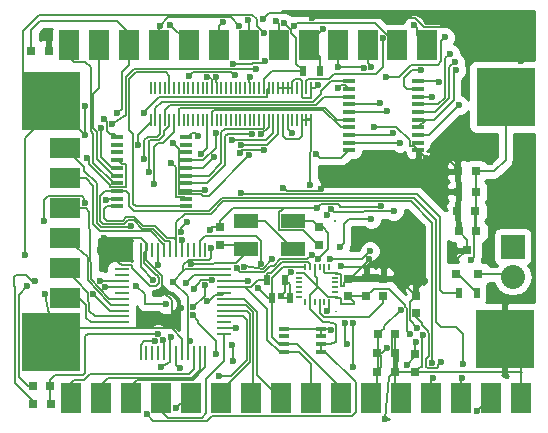
<source format=gbr>
G04 #@! TF.FileFunction,Copper,L1,Top,Signal*
%FSLAX46Y46*%
G04 Gerber Fmt 4.6, Leading zero omitted, Abs format (unit mm)*
G04 Created by KiCad (PCBNEW 4.0.0-rc2-stable) date 6/30/2016 5:54:54 PM*
%MOMM*%
G01*
G04 APERTURE LIST*
%ADD10C,0.100000*%
%ADD11R,0.500000X0.900000*%
%ADD12R,0.800000X0.750000*%
%ADD13R,0.750000X0.800000*%
%ADD14R,0.797560X0.797560*%
%ADD15R,2.500000X1.700000*%
%ADD16R,1.700000X2.500000*%
%ADD17R,2.032000X2.032000*%
%ADD18O,2.032000X2.032000*%
%ADD19R,0.800100X0.800100*%
%ADD20R,0.990600X0.304800*%
%ADD21R,0.600000X0.230000*%
%ADD22R,0.230000X0.600000*%
%ADD23R,0.250000X1.300000*%
%ADD24R,1.300000X0.250000*%
%ADD25R,2.000000X1.300000*%
%ADD26R,0.198120X1.137920*%
%ADD27R,0.812800X0.355600*%
%ADD28R,5.000000X5.000000*%
%ADD29C,0.600000*%
%ADD30C,0.160000*%
%ADD31C,0.254000*%
G04 APERTURE END LIST*
D10*
D11*
X63380000Y-80690000D03*
X64880000Y-80690000D03*
X63790000Y-82170000D03*
X65290000Y-82170000D03*
D12*
X72710000Y-86820000D03*
X74210000Y-86820000D03*
X81040000Y-73180000D03*
X79540000Y-73180000D03*
X81080000Y-76540000D03*
X79580000Y-76540000D03*
X81020000Y-71440000D03*
X79520000Y-71440000D03*
X79482619Y-74825000D03*
X80982619Y-74825000D03*
D13*
X75970000Y-83480000D03*
X75970000Y-81980000D03*
X73210000Y-82040000D03*
X73210000Y-80540000D03*
X70200000Y-82040000D03*
X70200000Y-80540000D03*
D12*
X72710000Y-88450000D03*
X74210000Y-88450000D03*
X72720000Y-85190000D03*
X74220000Y-85190000D03*
D13*
X71750000Y-80520000D03*
X71750000Y-82020000D03*
X75930000Y-86900000D03*
X75930000Y-88400000D03*
X67750000Y-77670000D03*
X67750000Y-76170000D03*
X59340000Y-76200000D03*
X59340000Y-77700000D03*
D14*
X43400700Y-61300000D03*
X44899300Y-61300000D03*
X45029300Y-89630000D03*
X43530700Y-89630000D03*
X45049300Y-91150000D03*
X43550700Y-91150000D03*
D15*
X46275000Y-69485000D03*
X46275000Y-72025000D03*
X46275000Y-82185000D03*
X46275000Y-74565000D03*
X46275000Y-77105000D03*
X46275000Y-79645000D03*
D16*
X66900000Y-60755000D03*
X56740000Y-60755000D03*
X64360000Y-60755000D03*
X61820000Y-60755000D03*
X59280000Y-60755000D03*
X46600000Y-60775000D03*
X54220000Y-60775000D03*
X51680000Y-60775000D03*
X49140000Y-60775000D03*
X84890000Y-90615000D03*
X82350000Y-90615000D03*
X79810000Y-90615000D03*
X77270000Y-90615000D03*
X74730000Y-90615000D03*
X72190000Y-90615000D03*
X69650000Y-90615000D03*
X67110000Y-90615000D03*
X64570000Y-90615000D03*
X62030000Y-90615000D03*
X59490000Y-90615000D03*
X56950000Y-90615000D03*
X46790000Y-90615000D03*
X54410000Y-90615000D03*
X51870000Y-90615000D03*
X49330000Y-90615000D03*
D17*
X84160000Y-77840000D03*
D18*
X84160000Y-80380000D03*
D16*
X69346000Y-60767000D03*
X71886000Y-60767000D03*
D19*
X79350000Y-80150760D03*
X81250000Y-80150760D03*
X80300000Y-78151780D03*
D11*
X66380000Y-62940000D03*
X67880000Y-62940000D03*
X81100000Y-81750000D03*
X79600000Y-81750000D03*
D20*
X70312200Y-63825000D03*
X70312200Y-64475000D03*
X70312200Y-65125000D03*
X70312200Y-65775000D03*
X70312200Y-66425000D03*
X70312200Y-67075000D03*
X70312200Y-67725000D03*
X70312200Y-68375000D03*
X76147800Y-68375000D03*
X76147800Y-67725000D03*
X76147800Y-67075000D03*
X76147800Y-66425000D03*
X76147800Y-65775000D03*
X76147800Y-65125000D03*
X76147800Y-64475000D03*
X76147800Y-63825000D03*
X70312200Y-69025000D03*
X70312200Y-69675000D03*
X76147800Y-69025000D03*
X76147800Y-69675000D03*
X56537800Y-74405000D03*
X56537800Y-73755000D03*
X56537800Y-73105000D03*
X56537800Y-72455000D03*
X56537800Y-71805000D03*
X56537800Y-71155000D03*
X56537800Y-70505000D03*
X56537800Y-69855000D03*
X50702200Y-69855000D03*
X50702200Y-70505000D03*
X50702200Y-71155000D03*
X50702200Y-71805000D03*
X50702200Y-72455000D03*
X50702200Y-73105000D03*
X50702200Y-73755000D03*
X50702200Y-74405000D03*
X56537800Y-69205000D03*
X56537800Y-68555000D03*
X50702200Y-69205000D03*
X50702200Y-68555000D03*
D21*
X66110000Y-80050000D03*
X66110000Y-80450000D03*
X66110000Y-80850000D03*
X66110000Y-81250000D03*
X66110000Y-81650000D03*
X66110000Y-82050000D03*
D22*
X66610000Y-82550000D03*
X67010000Y-82550000D03*
X67410000Y-82550000D03*
X67810000Y-82550000D03*
X68210000Y-82550000D03*
X68610000Y-82550000D03*
D21*
X69110000Y-82050000D03*
X69110000Y-81650000D03*
X69110000Y-81250000D03*
X69110000Y-80850000D03*
X69110000Y-80450000D03*
X69110000Y-80050000D03*
D22*
X68610000Y-79550000D03*
X68210000Y-79550000D03*
X67810000Y-79550000D03*
X67410000Y-79550000D03*
X67010000Y-79550000D03*
X66610000Y-79550000D03*
D23*
X52650000Y-86840000D03*
X53150000Y-86840000D03*
X53650000Y-86840000D03*
X54150000Y-86840000D03*
X54650000Y-86840000D03*
X55150000Y-86840000D03*
X55650000Y-86840000D03*
X56150000Y-86840000D03*
X56650000Y-86840000D03*
X57150000Y-86840000D03*
X57650000Y-86840000D03*
X58150000Y-86840000D03*
D24*
X59750000Y-85240000D03*
X59750000Y-84740000D03*
X59750000Y-84240000D03*
X59750000Y-83740000D03*
X59750000Y-83240000D03*
X59750000Y-82740000D03*
X59750000Y-82240000D03*
X59750000Y-81740000D03*
X59750000Y-81240000D03*
X59750000Y-80740000D03*
X59750000Y-80240000D03*
X59750000Y-79740000D03*
D23*
X58150000Y-78140000D03*
X57650000Y-78140000D03*
X57150000Y-78140000D03*
X56650000Y-78140000D03*
X56150000Y-78140000D03*
X55650000Y-78140000D03*
X55150000Y-78140000D03*
X54650000Y-78140000D03*
X54150000Y-78140000D03*
X53650000Y-78140000D03*
X53150000Y-78140000D03*
X52650000Y-78140000D03*
D24*
X51050000Y-79740000D03*
X51050000Y-80240000D03*
X51050000Y-80740000D03*
X51050000Y-81240000D03*
X51050000Y-81740000D03*
X51050000Y-82240000D03*
X51050000Y-82740000D03*
X51050000Y-83240000D03*
X51050000Y-83740000D03*
X51050000Y-84240000D03*
X51050000Y-84740000D03*
X51050000Y-85240000D03*
D25*
X61560000Y-78060000D03*
X65560000Y-78060000D03*
X65560000Y-75660000D03*
X61560000Y-75660000D03*
D26*
X53497680Y-64428660D03*
X53497680Y-67067720D03*
X53899000Y-64428660D03*
X53899000Y-67067720D03*
X54297780Y-64428660D03*
X54297780Y-67067720D03*
X54699100Y-64428660D03*
X54699100Y-67067720D03*
X55097880Y-64428660D03*
X55097880Y-67067720D03*
X55499200Y-64428660D03*
X55499200Y-67067720D03*
X55897980Y-64428660D03*
X55897980Y-67067720D03*
X56299300Y-64428660D03*
X56299300Y-67067720D03*
X56698080Y-64428660D03*
X56698080Y-67067720D03*
X57099400Y-64428660D03*
X57099400Y-67067720D03*
X57498180Y-64428660D03*
X57498180Y-67067720D03*
X57899500Y-64428660D03*
X57899500Y-67067720D03*
X58298280Y-64428660D03*
X58298280Y-67067720D03*
X58699600Y-64428660D03*
X58699600Y-67067720D03*
X59098380Y-64428660D03*
X59098380Y-67067720D03*
X59499700Y-64428660D03*
X59499700Y-67067720D03*
X59898480Y-64428660D03*
X59898480Y-67067720D03*
X60299800Y-64428660D03*
X60299800Y-67067720D03*
X60698580Y-64428660D03*
X60698580Y-67067720D03*
X61099900Y-64428660D03*
X61099900Y-67067720D03*
X61498680Y-64428660D03*
X61498680Y-67067720D03*
X61900000Y-64428660D03*
X61900000Y-67067720D03*
X62298780Y-64428660D03*
X62298780Y-67067720D03*
X62697560Y-64428660D03*
X62697560Y-67067720D03*
X63098880Y-64428660D03*
X63098880Y-67067720D03*
X63497660Y-64428660D03*
X63497660Y-67067720D03*
X63898980Y-64428660D03*
X63898980Y-67067720D03*
X64297760Y-64428660D03*
X64297760Y-67067720D03*
X64699080Y-64428660D03*
X64699080Y-67067720D03*
X65097860Y-64428660D03*
X65097860Y-67067720D03*
X65499180Y-64428660D03*
X65499180Y-67067720D03*
X65897960Y-64428660D03*
X65897960Y-67067720D03*
X66299280Y-64428660D03*
X66299280Y-67067720D03*
X66698060Y-64428660D03*
X66698060Y-67067720D03*
X67099380Y-64428660D03*
X67099380Y-67067720D03*
D27*
X67919400Y-86740600D03*
X67919400Y-86080200D03*
X67919400Y-85419800D03*
X67919400Y-84759400D03*
X64820600Y-84759400D03*
X64820600Y-85419800D03*
X64820600Y-86080200D03*
X64820600Y-86740600D03*
D28*
X45030000Y-65480000D03*
X45110000Y-85930000D03*
X83560000Y-65150000D03*
X83510000Y-85660000D03*
D16*
X74360000Y-60775000D03*
X76900000Y-60775000D03*
D29*
X85020000Y-87200000D03*
X44890000Y-59600000D03*
X84900000Y-62120000D03*
X67950000Y-72950000D03*
X64750000Y-72820000D03*
X58080000Y-81050000D03*
X57130000Y-82930000D03*
X56080000Y-83030000D03*
X44590000Y-81860000D03*
X67720000Y-64130000D03*
X63060000Y-58550000D03*
X67210000Y-58460000D03*
X68110000Y-59380000D03*
X61000000Y-59150000D03*
X69590000Y-79440000D03*
X69950000Y-84270000D03*
X70160000Y-86110000D03*
X68770000Y-84850000D03*
X79375000Y-78994000D03*
X76708000Y-80772000D03*
X72390000Y-67691000D03*
X76835000Y-70358000D03*
X78232000Y-70358000D03*
X49530000Y-67056000D03*
X49210000Y-78110000D03*
X76073000Y-84709000D03*
X72009000Y-78867000D03*
X73370000Y-92430000D03*
X76581000Y-85344000D03*
X49530000Y-77089000D03*
X54290000Y-59140000D03*
X54500000Y-81740000D03*
X56520000Y-80890000D03*
X59060000Y-86880000D03*
X57080000Y-83640000D03*
X80645000Y-78994000D03*
X69510000Y-77860000D03*
X72190000Y-75450000D03*
X73050000Y-74400000D03*
X65410000Y-80000000D03*
X49770000Y-73880000D03*
X50680000Y-66550000D03*
X72070000Y-78190000D03*
X64516000Y-82042000D03*
X68690000Y-78840000D03*
X74676000Y-83185000D03*
X58630000Y-77940000D03*
X58510000Y-76410000D03*
X81160000Y-91770000D03*
X75180000Y-87870000D03*
X67040000Y-72640000D03*
X67564000Y-74549000D03*
X56800000Y-85830000D03*
X72200000Y-62630000D03*
X54130000Y-85240000D03*
X76420000Y-62880000D03*
X73490000Y-86420000D03*
X75980000Y-85860000D03*
X53730000Y-80660000D03*
X55410000Y-80780000D03*
X62610000Y-81350000D03*
X61750000Y-80730000D03*
X68400000Y-75160000D03*
X47910000Y-65900000D03*
X52290000Y-81140000D03*
X67140000Y-78500000D03*
X60780000Y-79660000D03*
X58710000Y-80640000D03*
X57160000Y-81370000D03*
X54850000Y-82700000D03*
X42870000Y-78570000D03*
X63080000Y-59700000D03*
X47910000Y-68400000D03*
X70612000Y-88011000D03*
X70612000Y-84328000D03*
X74080000Y-74810000D03*
X68790000Y-74650000D03*
X69342000Y-64389000D03*
X63110000Y-69680000D03*
X61070000Y-69860000D03*
X57531000Y-68453000D03*
X55245000Y-70739000D03*
X67510000Y-69980000D03*
X65470000Y-68210000D03*
X47970000Y-74110000D03*
X44450000Y-75692000D03*
X53170000Y-92010000D03*
X53880000Y-85840000D03*
X75438000Y-85217000D03*
X78105000Y-87630000D03*
X55970000Y-88100000D03*
X54560000Y-85710000D03*
X61450000Y-79530000D03*
X63760000Y-78900000D03*
X67670000Y-78870000D03*
X54420000Y-88010000D03*
X55190000Y-85470000D03*
X56950000Y-79320000D03*
X49670000Y-81240000D03*
X43060000Y-81200000D03*
X43730000Y-80730000D03*
X49230000Y-80700000D03*
X56130000Y-77240000D03*
X51830000Y-76050000D03*
X55660000Y-91520000D03*
X59280000Y-88820000D03*
X77380000Y-88960000D03*
X77340000Y-87700000D03*
X79830000Y-88930000D03*
X79950000Y-87780000D03*
X56750000Y-63360000D03*
X60610000Y-63280000D03*
X55180000Y-59040000D03*
X62870000Y-68320000D03*
X59600000Y-58830000D03*
X60410000Y-68800000D03*
X61770000Y-58640000D03*
X61140000Y-69210000D03*
X64110000Y-58690000D03*
X73160000Y-60200000D03*
X48670000Y-81820000D03*
X71540000Y-62740000D03*
X73430000Y-63450000D03*
X78410000Y-60110000D03*
X69410000Y-62610000D03*
X64800000Y-58890000D03*
X52959000Y-66548000D03*
X55372000Y-69088000D03*
X61849000Y-70104000D03*
X63150000Y-62080000D03*
X60450000Y-62320000D03*
X54120000Y-79340000D03*
X56090000Y-76610000D03*
X56600000Y-75710000D03*
X61170000Y-73300000D03*
X60740000Y-84700000D03*
X58293000Y-82423000D03*
X52440000Y-69180000D03*
X72960000Y-65680000D03*
X73540000Y-66330000D03*
X52950000Y-70410000D03*
X53370000Y-71490000D03*
X74050000Y-68230000D03*
X79600000Y-65860000D03*
X79370000Y-62900000D03*
X79250000Y-62210000D03*
X78820000Y-61480000D03*
X77370000Y-65130000D03*
X77930000Y-63860000D03*
X74620000Y-69030000D03*
X53790000Y-72560000D03*
X61890000Y-63480000D03*
X62120000Y-68260000D03*
X57770000Y-70010000D03*
X58140000Y-73010000D03*
X68470000Y-83290000D03*
X60460000Y-87550000D03*
X60380000Y-86180000D03*
X62810000Y-79260000D03*
X49290000Y-67790000D03*
X50230000Y-67440000D03*
X62440000Y-62780000D03*
X65670000Y-59130000D03*
X48133000Y-70358000D03*
X75819000Y-59055000D03*
X58320000Y-63440000D03*
X58880000Y-70230000D03*
X59070000Y-63450000D03*
X59000000Y-68230000D03*
D30*
X69240000Y-83270000D02*
X69210000Y-83240000D01*
X69240000Y-83280000D02*
X69240000Y-83270000D01*
X69220000Y-83260000D02*
X69240000Y-83280000D01*
X69140000Y-75680000D02*
X69140000Y-75650000D01*
X69140000Y-75650000D02*
X69090000Y-75600000D01*
X80670000Y-88400000D02*
X84880000Y-88400000D01*
X84880000Y-88400000D02*
X84990000Y-88510000D01*
X85020000Y-87200000D02*
X84850000Y-87370000D01*
X84850000Y-87370000D02*
X84850000Y-88370000D01*
X44949300Y-59659300D02*
X44890000Y-59600000D01*
X44899300Y-61300000D02*
X44949300Y-59659300D01*
X72720000Y-58460000D02*
X72730000Y-58450000D01*
X72730000Y-58450000D02*
X75880000Y-58450000D01*
X75880000Y-58450000D02*
X76690000Y-59260000D01*
X76690000Y-59260000D02*
X84290000Y-59260000D01*
X84290000Y-59260000D02*
X84900000Y-59870000D01*
X84900000Y-59870000D02*
X84900000Y-62120000D01*
X67950000Y-72950000D02*
X67790000Y-73110000D01*
X67790000Y-73110000D02*
X65040000Y-73110000D01*
X65040000Y-73110000D02*
X64750000Y-72820000D01*
X72720000Y-58460000D02*
X67210000Y-58460000D01*
X58070000Y-81250000D02*
X58070000Y-81060000D01*
X58070000Y-81060000D02*
X58080000Y-81050000D01*
X55280000Y-83270000D02*
X55840000Y-83270000D01*
X58070000Y-81990000D02*
X58070000Y-81250000D01*
X58070000Y-81250000D02*
X58070000Y-81240000D01*
X57130000Y-82930000D02*
X58070000Y-81990000D01*
X55840000Y-83270000D02*
X56080000Y-83030000D01*
X45110000Y-85930000D02*
X45110000Y-84230000D01*
X45110000Y-84230000D02*
X44742352Y-82759412D01*
X44742352Y-82759412D02*
X44590000Y-81860000D01*
X67099380Y-64428660D02*
X67421340Y-64428660D01*
X67421340Y-64428660D02*
X67720000Y-64130000D01*
X54500000Y-81740000D02*
X54650000Y-81740000D01*
X55280000Y-82370000D02*
X55280000Y-83270000D01*
X55280000Y-83270000D02*
X55280000Y-84740000D01*
X54650000Y-81740000D02*
X55280000Y-82370000D01*
X66800000Y-58050000D02*
X67210000Y-58460000D01*
X63560000Y-58050000D02*
X66800000Y-58050000D01*
X63060000Y-58550000D02*
X63560000Y-58050000D01*
X68110000Y-59380000D02*
X66900000Y-60590000D01*
X66900000Y-60590000D02*
X66900000Y-60755000D01*
X55010000Y-58420000D02*
X54290000Y-59140000D01*
X60270000Y-58420000D02*
X55010000Y-58420000D01*
X61000000Y-59150000D02*
X60270000Y-58420000D01*
X69726500Y-79576500D02*
X71426500Y-79576500D01*
X69590000Y-79440000D02*
X69726500Y-79576500D01*
X67919400Y-84759400D02*
X68679400Y-84759400D01*
X69950000Y-85900000D02*
X69950000Y-84270000D01*
X70160000Y-86110000D02*
X69950000Y-85900000D01*
X68679400Y-84759400D02*
X68770000Y-84850000D01*
X67919400Y-84759400D02*
X67919400Y-85419800D01*
X80300000Y-78151780D02*
X80264000Y-78105000D01*
X80264000Y-78105000D02*
X79375000Y-78994000D01*
X76708000Y-80772000D02*
X75946000Y-81534000D01*
X75946000Y-81534000D02*
X75946000Y-82042000D01*
X75946000Y-82042000D02*
X75970000Y-81980000D01*
X72390000Y-67691000D02*
X74295000Y-67691000D01*
X74295000Y-67691000D02*
X75438000Y-68834000D01*
X75438000Y-68834000D02*
X75438000Y-69342000D01*
X75438000Y-69342000D02*
X75819000Y-69342000D01*
X75819000Y-69342000D02*
X76200000Y-69723000D01*
X76200000Y-69723000D02*
X76147800Y-69675000D01*
X76147800Y-69675000D02*
X76200000Y-69723000D01*
X76200000Y-69723000D02*
X76835000Y-70358000D01*
X78232000Y-70358000D02*
X78613000Y-70358000D01*
X78613000Y-70358000D02*
X79502000Y-71247000D01*
X79502000Y-71247000D02*
X79502000Y-71501000D01*
X79502000Y-71501000D02*
X79520000Y-71440000D01*
X49530000Y-67056000D02*
X49784000Y-67310000D01*
X49784000Y-67310000D02*
X49784000Y-68072000D01*
X49784000Y-68072000D02*
X50038000Y-68326000D01*
X50038000Y-68326000D02*
X50419000Y-68326000D01*
X50419000Y-68326000D02*
X50673000Y-68580000D01*
X50673000Y-68580000D02*
X50702200Y-68555000D01*
X53150000Y-78140000D02*
X53213000Y-78105000D01*
X53213000Y-78105000D02*
X52959000Y-78359000D01*
X52959000Y-78359000D02*
X52959000Y-79248000D01*
X52959000Y-79248000D02*
X53848000Y-80137000D01*
X53848000Y-80137000D02*
X53975000Y-80137000D01*
X53975000Y-80137000D02*
X53975000Y-80264000D01*
X53975000Y-80264000D02*
X54102000Y-80264000D01*
X54102000Y-80264000D02*
X54102000Y-80391000D01*
X54102000Y-80391000D02*
X54229000Y-80391000D01*
X54229000Y-80391000D02*
X54229000Y-80899000D01*
X54229000Y-80899000D02*
X53975000Y-81153000D01*
X53975000Y-81153000D02*
X53467000Y-81153000D01*
X53467000Y-81153000D02*
X51943000Y-79629000D01*
X51943000Y-79629000D02*
X51943000Y-79375000D01*
X51943000Y-79375000D02*
X51054000Y-79375000D01*
X51054000Y-79375000D02*
X49210000Y-78110000D01*
X75970000Y-81980000D02*
X75946000Y-82042000D01*
X75946000Y-82042000D02*
X75438000Y-82550000D01*
X75438000Y-82550000D02*
X75438000Y-84074000D01*
X75438000Y-84074000D02*
X76073000Y-84709000D01*
X70200000Y-80540000D02*
X70231000Y-80518000D01*
X70231000Y-80518000D02*
X70358000Y-80518000D01*
X70358000Y-80518000D02*
X70612000Y-80264000D01*
X70739000Y-80264000D02*
X71426500Y-79576500D01*
X70612000Y-80264000D02*
X70739000Y-80264000D01*
X71426500Y-79576500D02*
X72009000Y-78994000D01*
X72009000Y-78994000D02*
X72009000Y-78867000D01*
X74210000Y-88450000D02*
X74168000Y-88392000D01*
X74168000Y-88392000D02*
X73660000Y-88900000D01*
X73660000Y-88900000D02*
X73370000Y-92430000D01*
X70200000Y-80540000D02*
X70231000Y-80518000D01*
X70231000Y-80518000D02*
X69850000Y-80899000D01*
X69850000Y-80899000D02*
X69850000Y-81153000D01*
X69850000Y-81153000D02*
X69596000Y-81153000D01*
X69596000Y-81153000D02*
X69596000Y-80137000D01*
X69596000Y-80137000D02*
X69215000Y-80137000D01*
X69215000Y-80137000D02*
X69088000Y-80010000D01*
X69088000Y-80010000D02*
X69110000Y-80050000D01*
X76581000Y-85344000D02*
X76454000Y-85471000D01*
X76454000Y-85471000D02*
X76454000Y-88011000D01*
X76454000Y-88011000D02*
X76327000Y-88011000D01*
X76327000Y-88011000D02*
X75946000Y-88392000D01*
X75946000Y-88392000D02*
X75930000Y-88400000D01*
X49530000Y-77089000D02*
X52705000Y-77089000D01*
X52705000Y-77089000D02*
X53213000Y-77597000D01*
X53213000Y-77597000D02*
X53213000Y-78105000D01*
X53213000Y-78105000D02*
X53150000Y-78140000D01*
X74210000Y-86820000D02*
X74168000Y-86868000D01*
X74168000Y-86868000D02*
X73914000Y-86614000D01*
X73914000Y-86614000D02*
X73914000Y-85598000D01*
X73914000Y-85598000D02*
X74168000Y-85344000D01*
X74168000Y-85344000D02*
X74168000Y-85217000D01*
X74168000Y-85217000D02*
X74220000Y-85190000D01*
X73210000Y-80540000D02*
X73152000Y-80518000D01*
X73152000Y-80518000D02*
X73025000Y-80518000D01*
X73025000Y-80518000D02*
X72771000Y-80264000D01*
X72771000Y-80264000D02*
X72009000Y-80264000D01*
X72009000Y-80264000D02*
X71755000Y-80518000D01*
X71755000Y-80518000D02*
X71750000Y-80520000D01*
X74210000Y-88450000D02*
X74210000Y-90095000D01*
X74210000Y-90095000D02*
X74730000Y-90615000D01*
X75930000Y-88400000D02*
X80670000Y-88400000D01*
X80670000Y-88400000D02*
X80770000Y-88400000D01*
X79540000Y-73180000D02*
X79540000Y-74767619D01*
X79540000Y-74767619D02*
X79482619Y-74825000D01*
X79520000Y-71440000D02*
X79520000Y-73160000D01*
X79520000Y-73160000D02*
X79540000Y-73180000D01*
X54220000Y-59210000D02*
X54220000Y-60775000D01*
X54290000Y-59140000D02*
X54220000Y-59210000D01*
X67880000Y-62940000D02*
X67880000Y-61735000D01*
X67880000Y-61735000D02*
X66900000Y-60755000D01*
X80300000Y-78151780D02*
X80300000Y-77260000D01*
X80300000Y-77260000D02*
X79580000Y-76540000D01*
X64820600Y-84759400D02*
X67919400Y-84759400D01*
X79520000Y-71440000D02*
X79520000Y-76480000D01*
X79520000Y-76480000D02*
X79580000Y-76540000D01*
X66299280Y-64428660D02*
X66299280Y-65129280D01*
X67099380Y-65190620D02*
X67099380Y-64428660D01*
X67070000Y-65220000D02*
X67099380Y-65190620D01*
X66390000Y-65220000D02*
X67070000Y-65220000D01*
X66299280Y-65129280D02*
X66390000Y-65220000D01*
X65499180Y-64428660D02*
X65499180Y-63900820D01*
X65499180Y-63900820D02*
X65730000Y-63670000D01*
X66299280Y-63829280D02*
X66299280Y-64428660D01*
X66140000Y-63670000D02*
X66299280Y-63829280D01*
X65730000Y-63670000D02*
X66140000Y-63670000D01*
X65097860Y-64428660D02*
X65499180Y-64428660D01*
X64699080Y-64428660D02*
X65097860Y-64428660D01*
X64297760Y-64428660D02*
X65499180Y-64428660D01*
X84890000Y-88330000D02*
X84890000Y-90615000D01*
X68210000Y-79550000D02*
X68210000Y-79970000D01*
X68290000Y-80050000D02*
X69110000Y-80050000D01*
X68210000Y-79970000D02*
X68290000Y-80050000D01*
X74210000Y-88450000D02*
X75880000Y-88450000D01*
X75880000Y-88450000D02*
X75930000Y-88400000D01*
X74220000Y-85190000D02*
X74220000Y-88440000D01*
X74220000Y-88440000D02*
X74210000Y-88450000D01*
X73210000Y-80540000D02*
X74530000Y-80540000D01*
X74530000Y-80540000D02*
X75970000Y-81980000D01*
X70200000Y-80540000D02*
X73210000Y-80540000D01*
X59750000Y-80240000D02*
X57170000Y-80240000D01*
X54500000Y-81740000D02*
X54500000Y-81910000D01*
X57170000Y-80240000D02*
X56520000Y-80890000D01*
X56150000Y-86840000D02*
X56150000Y-85610000D01*
X56150000Y-85610000D02*
X55280000Y-84740000D01*
X55280000Y-84740000D02*
X52170000Y-84740000D01*
X51050000Y-84740000D02*
X52170000Y-84740000D01*
X53150000Y-78940000D02*
X53150000Y-78140000D01*
X54500000Y-80290000D02*
X53150000Y-78940000D01*
X54500000Y-81910000D02*
X54500000Y-80290000D01*
X51050000Y-84740000D02*
X46300000Y-84740000D01*
X46300000Y-84740000D02*
X45110000Y-85930000D01*
X57550000Y-84330000D02*
X57550000Y-84110000D01*
X59060000Y-86880000D02*
X59020000Y-86840000D01*
X59020000Y-86840000D02*
X59020000Y-85800000D01*
X59020000Y-85800000D02*
X57550000Y-84330000D01*
X57550000Y-84110000D02*
X57080000Y-83640000D01*
X81080000Y-76540000D02*
X81026000Y-76581000D01*
X81026000Y-76581000D02*
X80899000Y-76708000D01*
X80899000Y-76708000D02*
X80899000Y-78740000D01*
X80899000Y-78740000D02*
X80645000Y-78994000D01*
X81020000Y-71440000D02*
X82580000Y-71440000D01*
X83560000Y-70460000D02*
X83560000Y-65150000D01*
X82580000Y-71440000D02*
X83560000Y-70460000D01*
X80982619Y-74825000D02*
X80982619Y-76442619D01*
X80982619Y-76442619D02*
X81080000Y-76540000D01*
X81020000Y-71440000D02*
X81020000Y-73160000D01*
X81020000Y-73160000D02*
X81040000Y-73180000D01*
X81020000Y-71440000D02*
X81020000Y-76480000D01*
X81020000Y-76480000D02*
X81080000Y-76540000D01*
X64820600Y-86740600D02*
X66110600Y-86740600D01*
X67110000Y-87740000D02*
X67110000Y-90615000D01*
X66110600Y-86740600D02*
X67110000Y-87740000D01*
X64820600Y-86740600D02*
X64430600Y-86740600D01*
X64430600Y-86740600D02*
X63400000Y-85710000D01*
X63400000Y-85710000D02*
X63400000Y-83110000D01*
X63400000Y-83110000D02*
X61530000Y-81240000D01*
X67010000Y-79550000D02*
X67010000Y-79270000D01*
X67010000Y-79270000D02*
X66830000Y-79090000D01*
X66830000Y-79090000D02*
X64630000Y-79090000D01*
X64630000Y-79090000D02*
X63660000Y-80060000D01*
X63660000Y-80060000D02*
X63390000Y-80060000D01*
X63390000Y-80060000D02*
X63380000Y-80070000D01*
X63380000Y-80070000D02*
X63380000Y-80690000D01*
X59750000Y-81240000D02*
X61530000Y-81240000D01*
X61530000Y-81240000D02*
X62030000Y-81240000D01*
X62580000Y-80690000D02*
X63380000Y-80690000D01*
X62030000Y-81240000D02*
X62580000Y-80690000D01*
X69510000Y-74510000D02*
X69510000Y-74380000D01*
X69510000Y-77860000D02*
X69840000Y-77530000D01*
X69840000Y-77530000D02*
X69840000Y-75890000D01*
X69840000Y-75890000D02*
X70280000Y-75450000D01*
X70280000Y-75450000D02*
X72190000Y-75450000D01*
X73050000Y-74400000D02*
X72940000Y-74510000D01*
X72940000Y-74510000D02*
X69510000Y-74510000D01*
X64880000Y-80530000D02*
X65410000Y-80000000D01*
X67913000Y-74200000D02*
X67564000Y-74549000D01*
X69330000Y-74200000D02*
X67913000Y-74200000D01*
X69510000Y-74380000D02*
X69330000Y-74200000D01*
X64880000Y-80690000D02*
X64880000Y-80530000D01*
X51080000Y-66150000D02*
X50680000Y-66550000D01*
X51080000Y-63080000D02*
X51080000Y-66150000D01*
X49770000Y-73880000D02*
X49895000Y-73755000D01*
X51680000Y-62480000D02*
X51080000Y-63080000D01*
X64880000Y-80690000D02*
X64880000Y-80550000D01*
X71420000Y-78840000D02*
X68690000Y-78840000D01*
X71420000Y-78840000D02*
X72070000Y-78190000D01*
X73152000Y-84836000D02*
X72771000Y-85217000D01*
X73279000Y-84836000D02*
X73152000Y-84836000D01*
X73279000Y-84582000D02*
X73279000Y-84836000D01*
X74676000Y-83185000D02*
X73279000Y-84582000D01*
X59340000Y-76200000D02*
X58720000Y-76200000D01*
X56270000Y-79390000D02*
X56270000Y-79920000D01*
X56740000Y-78920000D02*
X56270000Y-79390000D01*
X58490000Y-78920000D02*
X56740000Y-78920000D01*
X58640000Y-78770000D02*
X58490000Y-78920000D01*
X58640000Y-77950000D02*
X58640000Y-78770000D01*
X58630000Y-77940000D02*
X58640000Y-77950000D01*
X58720000Y-76200000D02*
X58510000Y-76410000D01*
X59340000Y-76200000D02*
X59340000Y-75690000D01*
X60481000Y-74549000D02*
X64770000Y-74549000D01*
X59340000Y-75690000D02*
X60481000Y-74549000D01*
X64880000Y-80690000D02*
X64880000Y-81678000D01*
X64880000Y-81678000D02*
X64516000Y-82042000D01*
X75930000Y-86900000D02*
X75930000Y-87120000D01*
X75930000Y-87120000D02*
X75180000Y-87870000D01*
X81160000Y-91770000D02*
X82315000Y-90615000D01*
X82315000Y-90615000D02*
X82350000Y-90615000D01*
X49895000Y-73755000D02*
X50702200Y-73755000D01*
X51680000Y-60775000D02*
X51680000Y-62480000D01*
X67099380Y-67067720D02*
X67056000Y-67056000D01*
X67056000Y-67056000D02*
X67040000Y-72640000D01*
X67564000Y-74549000D02*
X64770000Y-74549000D01*
X64770000Y-74549000D02*
X64516000Y-74803000D01*
X64516000Y-74803000D02*
X64389000Y-74803000D01*
X64389000Y-74803000D02*
X64389000Y-76454000D01*
X64389000Y-76454000D02*
X66421000Y-76454000D01*
X66421000Y-76454000D02*
X67691000Y-77724000D01*
X67691000Y-77724000D02*
X67750000Y-77670000D01*
X65290000Y-82170000D02*
X65278000Y-82169000D01*
X65278000Y-82169000D02*
X64643000Y-82169000D01*
X64643000Y-82169000D02*
X64516000Y-82042000D01*
X72771000Y-85217000D02*
X72720000Y-85190000D01*
X64880000Y-80690000D02*
X64897000Y-80645000D01*
X64897000Y-80645000D02*
X65278000Y-81026000D01*
X65278000Y-81026000D02*
X65278000Y-82169000D01*
X65278000Y-82169000D02*
X65290000Y-82170000D01*
X72710000Y-86820000D02*
X72771000Y-86868000D01*
X72771000Y-86868000D02*
X73025000Y-87122000D01*
X73025000Y-87122000D02*
X73025000Y-88011000D01*
X73025000Y-88011000D02*
X72771000Y-88265000D01*
X72771000Y-88265000D02*
X72771000Y-88392000D01*
X72771000Y-88392000D02*
X72710000Y-88450000D01*
X66698060Y-67067720D02*
X66675000Y-67056000D01*
X66675000Y-67056000D02*
X67056000Y-67056000D01*
X67056000Y-67056000D02*
X67099380Y-67067720D01*
X72710000Y-88450000D02*
X72710000Y-90095000D01*
X72710000Y-90095000D02*
X72190000Y-90615000D01*
X56790000Y-85840000D02*
X56650000Y-85800000D01*
X56800000Y-85830000D02*
X56790000Y-85840000D01*
X71886000Y-60767000D02*
X71886000Y-62316000D01*
X71886000Y-62316000D02*
X72200000Y-62630000D01*
X51680000Y-60775000D02*
X51680000Y-59730000D01*
X51680000Y-59730000D02*
X50650000Y-58700000D01*
X50650000Y-58700000D02*
X44150000Y-58700000D01*
X44150000Y-58700000D02*
X43400700Y-59449300D01*
X43400700Y-59449300D02*
X43400700Y-61300000D01*
X51050000Y-85240000D02*
X54130000Y-85240000D01*
X76147800Y-64475000D02*
X75225000Y-64475000D01*
X75630000Y-62880000D02*
X76420000Y-62880000D01*
X74950000Y-63560000D02*
X75630000Y-62880000D01*
X74950000Y-64200000D02*
X74950000Y-63560000D01*
X75225000Y-64475000D02*
X74950000Y-64200000D01*
X66299280Y-67067720D02*
X66299280Y-68450720D01*
X64699080Y-68459080D02*
X64699080Y-67067720D01*
X64950000Y-68710000D02*
X64699080Y-68459080D01*
X66040000Y-68710000D02*
X64950000Y-68710000D01*
X66299280Y-68450720D02*
X66040000Y-68710000D01*
X67099380Y-67067720D02*
X66422280Y-67067720D01*
X66422280Y-67067720D02*
X66299280Y-67067720D01*
X72710000Y-86820000D02*
X73090000Y-86820000D01*
X73090000Y-86820000D02*
X73490000Y-86420000D01*
X75980000Y-85860000D02*
X75930000Y-85910000D01*
X75930000Y-85910000D02*
X75930000Y-86900000D01*
X72720000Y-85190000D02*
X72720000Y-88440000D01*
X72720000Y-88440000D02*
X72710000Y-88450000D01*
X56650000Y-86840000D02*
X56650000Y-85800000D01*
X56650000Y-85800000D02*
X56650000Y-82020000D01*
X56650000Y-82020000D02*
X55410000Y-80780000D01*
X52650000Y-78140000D02*
X52650000Y-79580000D01*
X52650000Y-79580000D02*
X53730000Y-80660000D01*
X56450000Y-79740000D02*
X59750000Y-79740000D01*
X56270000Y-79920000D02*
X56450000Y-79740000D01*
X55410000Y-80780000D02*
X56270000Y-79920000D01*
X45029300Y-89630000D02*
X45029300Y-91130000D01*
X45029300Y-91130000D02*
X45049300Y-91150000D01*
X51050000Y-85240000D02*
X48180000Y-85240000D01*
X45029300Y-89100700D02*
X45029300Y-89630000D01*
X45410000Y-88720000D02*
X45029300Y-89100700D01*
X47770000Y-88720000D02*
X45410000Y-88720000D01*
X47990000Y-88500000D02*
X47770000Y-88720000D01*
X47990000Y-85430000D02*
X47990000Y-88500000D01*
X48180000Y-85240000D02*
X47990000Y-85430000D01*
X64820600Y-86080200D02*
X65930200Y-86080200D01*
X65930200Y-86080200D02*
X69650000Y-89800000D01*
X69650000Y-89800000D02*
X69650000Y-90615000D01*
X64820600Y-86080200D02*
X64410200Y-86080200D01*
X63790000Y-85460000D02*
X63790000Y-82170000D01*
X64410200Y-86080200D02*
X63790000Y-85460000D01*
X66610000Y-79550000D02*
X64680000Y-79550000D01*
X63790000Y-80440000D02*
X63790000Y-82170000D01*
X64680000Y-79550000D02*
X63790000Y-80440000D01*
X59750000Y-80740000D02*
X61740000Y-80740000D01*
X63430000Y-82170000D02*
X63790000Y-82170000D01*
X62610000Y-81350000D02*
X63430000Y-82170000D01*
X61740000Y-80740000D02*
X61750000Y-80730000D01*
X47910000Y-65900000D02*
X47910000Y-68400000D01*
X53020000Y-82660000D02*
X54810000Y-82660000D01*
X52290000Y-81140000D02*
X53020000Y-81870000D01*
X53020000Y-81870000D02*
X53020000Y-82660000D01*
X66750000Y-78890000D02*
X67140000Y-78500000D01*
X64470000Y-78890000D02*
X66750000Y-78890000D01*
X63920000Y-79440000D02*
X64470000Y-78890000D01*
X63620000Y-79440000D02*
X63920000Y-79440000D01*
X63100000Y-79960000D02*
X63620000Y-79440000D01*
X61080000Y-79960000D02*
X63100000Y-79960000D01*
X60780000Y-79660000D02*
X61080000Y-79960000D01*
X57732293Y-80608596D02*
X58710000Y-80640000D01*
X57160000Y-81370000D02*
X57732293Y-80608596D01*
X54810000Y-82660000D02*
X54850000Y-82700000D01*
X45030000Y-65480000D02*
X45030000Y-66490000D01*
X45030000Y-66490000D02*
X42870000Y-68650000D01*
X42870000Y-68650000D02*
X42870000Y-78570000D01*
X42660000Y-59570000D02*
X42660000Y-63110000D01*
X44050000Y-58180000D02*
X42660000Y-59570000D01*
X62110000Y-58180000D02*
X44050000Y-58180000D01*
X62510000Y-58580000D02*
X62110000Y-58180000D01*
X62510000Y-59130000D02*
X62510000Y-58580000D01*
X63080000Y-59700000D02*
X62510000Y-59130000D01*
X42660000Y-63110000D02*
X45030000Y-65480000D01*
X45030000Y-65480000D02*
X45030000Y-65520000D01*
X45030000Y-65520000D02*
X47910000Y-68400000D01*
X70612000Y-88011000D02*
X70612000Y-84328000D01*
X69000000Y-74860000D02*
X74080000Y-74810000D01*
X68790000Y-74650000D02*
X69000000Y-74860000D01*
X69977000Y-64135000D02*
X70358000Y-64516000D01*
X69342000Y-64389000D02*
X69596000Y-64135000D01*
X69596000Y-64135000D02*
X69977000Y-64135000D01*
X61250000Y-69680000D02*
X63110000Y-69680000D01*
X61070000Y-69860000D02*
X61250000Y-69680000D01*
X56537800Y-68555000D02*
X56515000Y-68580000D01*
X56515000Y-68580000D02*
X56642000Y-68580000D01*
X56642000Y-68580000D02*
X57023000Y-68199000D01*
X57023000Y-68199000D02*
X57277000Y-68199000D01*
X57277000Y-68199000D02*
X57531000Y-68453000D01*
X55245000Y-70739000D02*
X55626000Y-71120000D01*
X55626000Y-71120000D02*
X55626000Y-73660000D01*
X55626000Y-73660000D02*
X56388000Y-73660000D01*
X56388000Y-73660000D02*
X56515000Y-73787000D01*
X56515000Y-73787000D02*
X56537800Y-73755000D01*
X70358000Y-64516000D02*
X70312200Y-64475000D01*
X69667200Y-70320000D02*
X70312200Y-69675000D01*
X67850000Y-70320000D02*
X69667200Y-70320000D01*
X67510000Y-69980000D02*
X67850000Y-70320000D01*
X65097860Y-67067720D02*
X65097860Y-67837860D01*
X65097860Y-67837860D02*
X65470000Y-68210000D01*
X47752000Y-73533000D02*
X44831000Y-73533000D01*
X47970000Y-74110000D02*
X47752000Y-73533000D01*
X44450000Y-73914000D02*
X44450000Y-75692000D01*
X44831000Y-73533000D02*
X44450000Y-73914000D01*
X70880000Y-89310000D02*
X68310600Y-86740600D01*
X70880000Y-91810000D02*
X70880000Y-89310000D01*
X70520000Y-92170000D02*
X70880000Y-91810000D01*
X58700000Y-92170000D02*
X70520000Y-92170000D01*
X58300000Y-92570000D02*
X58700000Y-92170000D01*
X53730000Y-92570000D02*
X58300000Y-92570000D01*
X53170000Y-92010000D02*
X53730000Y-92570000D01*
X68310600Y-86740600D02*
X67919400Y-86740600D01*
X52650000Y-86840000D02*
X52650000Y-86120000D01*
X52930000Y-85840000D02*
X53880000Y-85840000D01*
X52650000Y-86120000D02*
X52930000Y-85840000D01*
X67600000Y-81150000D02*
X67600000Y-80510000D01*
X67410000Y-80320000D02*
X67410000Y-79550000D01*
X67600000Y-80510000D02*
X67410000Y-80320000D01*
X75438000Y-85217000D02*
X75184000Y-84963000D01*
X75184000Y-84963000D02*
X75184000Y-83058000D01*
X75184000Y-83058000D02*
X75057000Y-82931000D01*
X75057000Y-82931000D02*
X75057000Y-82804000D01*
X75057000Y-82804000D02*
X73787000Y-81534000D01*
X73787000Y-81534000D02*
X73787000Y-81407000D01*
X73787000Y-81407000D02*
X72390000Y-81407000D01*
X72390000Y-81407000D02*
X71755000Y-82042000D01*
X71755000Y-82042000D02*
X71750000Y-82020000D01*
X78105000Y-87630000D02*
X77851000Y-87884000D01*
X77851000Y-87884000D02*
X77851000Y-88011000D01*
X77851000Y-88011000D02*
X77724000Y-88138000D01*
X77724000Y-88138000D02*
X76962000Y-88138000D01*
X76962000Y-88138000D02*
X76835000Y-88011000D01*
X76835000Y-88011000D02*
X76835000Y-87376000D01*
X76835000Y-87376000D02*
X77089000Y-87122000D01*
X77089000Y-87122000D02*
X77089000Y-85217000D01*
X77089000Y-85217000D02*
X76962000Y-85090000D01*
X76962000Y-85090000D02*
X76962000Y-84963000D01*
X76962000Y-84963000D02*
X76454000Y-84455000D01*
X76454000Y-84455000D02*
X76454000Y-84328000D01*
X76454000Y-84328000D02*
X75946000Y-83820000D01*
X75946000Y-83820000D02*
X75946000Y-83439000D01*
X75946000Y-83439000D02*
X75970000Y-83480000D01*
X70200000Y-82040000D02*
X70231000Y-82042000D01*
X70231000Y-82042000D02*
X70612000Y-82423000D01*
X70612000Y-82423000D02*
X70739000Y-82423000D01*
X70739000Y-82423000D02*
X70739000Y-82677000D01*
X70739000Y-82677000D02*
X69596000Y-82677000D01*
X69596000Y-82677000D02*
X69596000Y-82169000D01*
X69596000Y-82169000D02*
X69215000Y-82169000D01*
X69215000Y-82169000D02*
X69088000Y-82042000D01*
X69088000Y-82042000D02*
X69110000Y-82050000D01*
X67919400Y-86080200D02*
X67919400Y-86740600D01*
X67010000Y-82550000D02*
X67010000Y-83140000D01*
X68659800Y-86080200D02*
X67919400Y-86080200D01*
X69230000Y-85860000D02*
X68659800Y-86080200D01*
X69192068Y-84400726D02*
X69230000Y-85860000D01*
X68490000Y-84220000D02*
X69192068Y-84400726D01*
X68090000Y-84220000D02*
X68490000Y-84220000D01*
X67010000Y-83140000D02*
X68090000Y-84220000D01*
X67010000Y-82550000D02*
X67010000Y-81920000D01*
X67010000Y-81920000D02*
X67690000Y-81240000D01*
X66110000Y-80050000D02*
X66500000Y-80050000D01*
X68500000Y-82050000D02*
X69110000Y-82050000D01*
X66500000Y-80050000D02*
X67600000Y-81150000D01*
X67600000Y-81150000D02*
X67690000Y-81240000D01*
X67690000Y-81240000D02*
X68500000Y-82050000D01*
X70200000Y-82040000D02*
X71730000Y-82040000D01*
X71730000Y-82040000D02*
X71750000Y-82020000D01*
X55650000Y-87840000D02*
X55650000Y-86840000D01*
X55970000Y-88100000D02*
X55650000Y-87840000D01*
X67750000Y-76170000D02*
X68080000Y-76170000D01*
X68080000Y-76170000D02*
X68560000Y-76650000D01*
X54650000Y-85800000D02*
X54650000Y-86840000D01*
X54560000Y-85710000D02*
X54650000Y-85800000D01*
X61530000Y-79450000D02*
X61450000Y-79530000D01*
X63023867Y-79736478D02*
X61530000Y-79450000D01*
X63760000Y-78900000D02*
X63023867Y-79736478D01*
X67710000Y-78870000D02*
X67670000Y-78870000D01*
X68560000Y-78050000D02*
X67710000Y-78870000D01*
X68560000Y-76650000D02*
X68560000Y-78050000D01*
X65560000Y-75660000D02*
X67240000Y-75660000D01*
X67240000Y-75660000D02*
X67750000Y-76170000D01*
X55150000Y-87560000D02*
X55150000Y-86840000D01*
X54420000Y-88010000D02*
X55150000Y-87560000D01*
X61560000Y-78060000D02*
X61560000Y-78370000D01*
X61560000Y-78370000D02*
X60720000Y-79210000D01*
X55150000Y-85510000D02*
X55150000Y-86840000D01*
X55190000Y-85470000D02*
X55150000Y-85510000D01*
X60720000Y-79210000D02*
X56950000Y-79320000D01*
X59340000Y-77700000D02*
X61200000Y-77700000D01*
X61200000Y-77700000D02*
X61560000Y-78060000D01*
X43530700Y-89630000D02*
X43120000Y-89630000D01*
X49690000Y-81260000D02*
X51050000Y-81240000D01*
X49670000Y-81240000D02*
X49690000Y-81260000D01*
X42330000Y-81930000D02*
X43060000Y-81200000D01*
X42330000Y-88840000D02*
X42330000Y-81930000D01*
X43120000Y-89630000D02*
X42330000Y-88840000D01*
X43730000Y-80730000D02*
X43500000Y-80730000D01*
X42020000Y-89370000D02*
X42020000Y-81220000D01*
X43550700Y-90900700D02*
X42020000Y-89370000D01*
X41940000Y-81140000D02*
X42020000Y-81220000D01*
X41940000Y-80400000D02*
X41940000Y-81140000D01*
X42140000Y-80200000D02*
X41940000Y-80400000D01*
X42970000Y-80200000D02*
X42140000Y-80200000D01*
X43500000Y-80730000D02*
X42970000Y-80200000D01*
X43550700Y-91150000D02*
X43550700Y-90900700D01*
X49970000Y-80740000D02*
X51050000Y-80740000D01*
X49230000Y-80700000D02*
X49970000Y-80740000D01*
X56150000Y-78140000D02*
X56150000Y-77570000D01*
X56150000Y-77570000D02*
X56130000Y-77240000D01*
X51830000Y-76050000D02*
X51710000Y-76170000D01*
X51710000Y-76170000D02*
X49320000Y-76170000D01*
X49320000Y-76170000D02*
X48980000Y-75830000D01*
X48980000Y-75830000D02*
X48980000Y-72470000D01*
X48980000Y-72470000D02*
X47890000Y-71380000D01*
X47890000Y-71380000D02*
X47890000Y-71100000D01*
X47890000Y-71100000D02*
X46275000Y-69485000D01*
X54650000Y-78140000D02*
X54650000Y-77660000D01*
X54650000Y-77660000D02*
X53520000Y-76530000D01*
X53520000Y-76530000D02*
X49230000Y-76530000D01*
X49230000Y-76530000D02*
X48650000Y-75950000D01*
X48650000Y-75950000D02*
X48650000Y-72660000D01*
X48650000Y-72660000D02*
X48015000Y-72025000D01*
X48015000Y-72025000D02*
X46275000Y-72025000D01*
X51050000Y-82240000D02*
X50010000Y-82240000D01*
X47995000Y-74565000D02*
X46275000Y-74565000D01*
X48330000Y-74900000D02*
X47995000Y-74565000D01*
X48490000Y-80570000D02*
X48330000Y-74900000D01*
X50010000Y-82240000D02*
X48490000Y-80570000D01*
X49893200Y-82472711D02*
X49893200Y-82473200D01*
X49893200Y-82472711D02*
X48220000Y-80650000D01*
X48220000Y-80650000D02*
X48210000Y-78670000D01*
X46275000Y-77105000D02*
X48210000Y-78670000D01*
X50160000Y-82740000D02*
X51050000Y-82740000D01*
X49893200Y-82473200D02*
X50160000Y-82740000D01*
X51050000Y-83740000D02*
X48820000Y-83740000D01*
X48191470Y-81710805D02*
X46275000Y-79645000D01*
X48278136Y-83256741D02*
X48191470Y-81710805D01*
X48820000Y-83740000D02*
X48278136Y-83256741D01*
X51050000Y-84240000D02*
X48420000Y-84240000D01*
X48020000Y-82760000D02*
X47445000Y-82185000D01*
X48020000Y-83840000D02*
X48020000Y-82760000D01*
X48420000Y-84240000D02*
X48020000Y-83840000D01*
X47445000Y-82185000D02*
X46275000Y-82185000D01*
X46790000Y-90615000D02*
X46790000Y-89350000D01*
X57150000Y-88190000D02*
X57150000Y-86840000D01*
X56720000Y-88620000D02*
X57150000Y-88190000D01*
X48370000Y-88620000D02*
X56720000Y-88620000D01*
X47900000Y-89090000D02*
X48370000Y-88620000D01*
X47050000Y-89090000D02*
X47900000Y-89090000D01*
X46790000Y-89350000D02*
X47050000Y-89090000D01*
X49330000Y-90615000D02*
X49330000Y-89510000D01*
X49330000Y-89510000D02*
X49930000Y-88910000D01*
X49930000Y-88910000D02*
X56980000Y-88910000D01*
X56980000Y-88910000D02*
X57650000Y-88240000D01*
X57650000Y-88240000D02*
X57650000Y-86840000D01*
X51870000Y-90615000D02*
X51870000Y-89600000D01*
X51870000Y-89600000D02*
X52350000Y-89120000D01*
X52350000Y-89120000D02*
X57070000Y-89120000D01*
X57070000Y-89120000D02*
X58150000Y-88040000D01*
X58150000Y-88040000D02*
X58150000Y-86840000D01*
X59750000Y-85240000D02*
X59750000Y-87470000D01*
X54980000Y-92320000D02*
X54410000Y-91750000D01*
X57820000Y-92320000D02*
X54980000Y-92320000D01*
X58190000Y-91950000D02*
X57820000Y-92320000D01*
X58190000Y-89030000D02*
X58190000Y-91950000D01*
X59750000Y-87470000D02*
X58190000Y-89030000D01*
X54410000Y-91750000D02*
X54410000Y-90615000D01*
X59750000Y-83740000D02*
X61370000Y-83740000D01*
X55660000Y-91520000D02*
X56565000Y-90615000D01*
X60320000Y-88820000D02*
X59280000Y-88820000D01*
X61690000Y-87450000D02*
X60320000Y-88820000D01*
X61690000Y-84060000D02*
X61690000Y-87450000D01*
X61370000Y-83740000D02*
X61690000Y-84060000D01*
X56565000Y-90615000D02*
X56950000Y-90615000D01*
X59750000Y-83240000D02*
X61660000Y-83240000D01*
X61940000Y-87570000D02*
X59490000Y-90020000D01*
X61940000Y-83520000D02*
X61940000Y-87570000D01*
X61660000Y-83240000D02*
X61940000Y-83520000D01*
X59490000Y-90020000D02*
X59490000Y-90615000D01*
X59750000Y-82740000D02*
X61590000Y-82740000D01*
X62180000Y-83330000D02*
X62180000Y-90465000D01*
X61590000Y-82740000D02*
X62180000Y-83330000D01*
X62180000Y-90465000D02*
X62030000Y-90615000D01*
X59750000Y-82240000D02*
X61420000Y-82240000D01*
X62510000Y-88670000D02*
X64455000Y-90615000D01*
X62510000Y-83330000D02*
X62510000Y-88670000D01*
X61420000Y-82240000D02*
X62510000Y-83330000D01*
X64455000Y-90615000D02*
X64570000Y-90615000D01*
X55650000Y-78140000D02*
X55650000Y-75780000D01*
X77270000Y-89070000D02*
X77270000Y-90615000D01*
X77380000Y-88960000D02*
X77270000Y-89070000D01*
X77340000Y-75790000D02*
X77340000Y-87700000D01*
X75540000Y-73990000D02*
X77340000Y-75790000D01*
X59640000Y-73990000D02*
X75540000Y-73990000D01*
X58590000Y-75040000D02*
X59640000Y-73990000D01*
X56390000Y-75040000D02*
X58590000Y-75040000D01*
X55650000Y-75780000D02*
X56390000Y-75040000D01*
X50702200Y-74405000D02*
X49775000Y-74405000D01*
X55650000Y-77260000D02*
X55650000Y-78140000D01*
X55470000Y-77080000D02*
X55650000Y-77260000D01*
X54930000Y-77080000D02*
X55470000Y-77080000D01*
X53910000Y-76060000D02*
X54930000Y-77080000D01*
X52850000Y-76060000D02*
X53910000Y-76060000D01*
X52140000Y-75350000D02*
X52850000Y-76060000D01*
X51430000Y-75350000D02*
X52140000Y-75350000D01*
X51130000Y-75650000D02*
X51430000Y-75350000D01*
X49800000Y-75650000D02*
X51130000Y-75650000D01*
X49550000Y-75400000D02*
X49800000Y-75650000D01*
X49550000Y-74630000D02*
X49550000Y-75400000D01*
X49775000Y-74405000D02*
X49550000Y-74630000D01*
X77650000Y-84060000D02*
X77650000Y-84200000D01*
X79810000Y-88950000D02*
X79810000Y-90615000D01*
X79830000Y-88930000D02*
X79810000Y-88950000D01*
X79950000Y-85190000D02*
X79950000Y-87780000D01*
X79360000Y-84600000D02*
X79950000Y-85190000D01*
X78050000Y-84600000D02*
X79360000Y-84600000D01*
X77650000Y-84200000D02*
X78050000Y-84600000D01*
X50702200Y-73105000D02*
X51385000Y-73105000D01*
X51385000Y-73105000D02*
X51690000Y-73410000D01*
X51690000Y-73410000D02*
X51690000Y-74410000D01*
X51690000Y-74410000D02*
X52080000Y-74800000D01*
X52080000Y-74800000D02*
X58410000Y-74800000D01*
X58410000Y-74800000D02*
X59510000Y-73700000D01*
X59510000Y-73700000D02*
X75790000Y-73700000D01*
X75790000Y-73700000D02*
X77650000Y-75560000D01*
X77650000Y-75560000D02*
X77650000Y-84060000D01*
X77650000Y-84060000D02*
X77650000Y-84080000D01*
X50702200Y-73105000D02*
X49635000Y-73105000D01*
X55150000Y-77420000D02*
X55150000Y-78140000D01*
X55050000Y-77320000D02*
X55150000Y-77420000D01*
X54760000Y-77320000D02*
X55050000Y-77320000D01*
X53740000Y-76300000D02*
X54760000Y-77320000D01*
X52750000Y-76300000D02*
X53740000Y-76300000D01*
X52060000Y-75610000D02*
X52750000Y-76300000D01*
X51550000Y-75610000D02*
X52060000Y-75610000D01*
X51260000Y-75900000D02*
X51550000Y-75610000D01*
X49470000Y-75900000D02*
X51260000Y-75900000D01*
X49240000Y-75670000D02*
X49470000Y-75900000D01*
X49240000Y-73500000D02*
X49240000Y-75670000D01*
X49635000Y-73105000D02*
X49240000Y-73500000D01*
X57100000Y-63010000D02*
X56750000Y-63360000D01*
X60340000Y-63010000D02*
X57100000Y-63010000D01*
X60610000Y-63280000D02*
X60340000Y-63010000D01*
X55180000Y-59040000D02*
X56740000Y-60600000D01*
X56740000Y-60600000D02*
X56740000Y-60755000D01*
X63497660Y-67067720D02*
X63497660Y-67692340D01*
X63497660Y-67692340D02*
X62870000Y-68320000D01*
X63898980Y-67067720D02*
X63898980Y-68181020D01*
X59280000Y-59150000D02*
X59280000Y-60755000D01*
X59600000Y-58830000D02*
X59280000Y-59150000D01*
X63280000Y-68800000D02*
X60410000Y-68800000D01*
X63898980Y-68181020D02*
X63280000Y-68800000D01*
X64297760Y-67067720D02*
X64297760Y-68302240D01*
X61820000Y-58690000D02*
X61820000Y-60755000D01*
X61770000Y-58640000D02*
X61820000Y-58690000D01*
X63390000Y-69210000D02*
X61140000Y-69210000D01*
X64297760Y-68302240D02*
X63390000Y-69210000D01*
X64110000Y-58690000D02*
X64360000Y-58940000D01*
X64360000Y-60755000D02*
X64360000Y-58940000D01*
X66698060Y-64428660D02*
X66698060Y-63761940D01*
X73160000Y-62640000D02*
X73160000Y-60200000D01*
X72600000Y-63200000D02*
X73160000Y-62640000D01*
X69070000Y-63200000D02*
X72600000Y-63200000D01*
X68620000Y-63650000D02*
X69070000Y-63200000D01*
X66810000Y-63650000D02*
X68620000Y-63650000D01*
X66698060Y-63761940D02*
X66810000Y-63650000D01*
X50702200Y-72455000D02*
X50405000Y-72455000D01*
X50405000Y-72455000D02*
X48670000Y-70720000D01*
X48670000Y-70720000D02*
X48670000Y-68280000D01*
X48670000Y-68280000D02*
X48420000Y-68030000D01*
X48420000Y-68030000D02*
X48420000Y-62640000D01*
X48420000Y-62640000D02*
X47980000Y-62200000D01*
X47980000Y-62200000D02*
X47020000Y-62200000D01*
X47020000Y-62200000D02*
X46600000Y-61780000D01*
X46600000Y-61780000D02*
X46600000Y-60775000D01*
X50702200Y-71805000D02*
X50395000Y-71805000D01*
X50395000Y-71805000D02*
X49000000Y-70410000D01*
X49000000Y-70410000D02*
X49000000Y-68110000D01*
X49000000Y-68110000D02*
X48670000Y-67780000D01*
X48670000Y-67780000D02*
X48670000Y-64880000D01*
X48670000Y-64880000D02*
X49140000Y-64410000D01*
X49140000Y-64410000D02*
X49140000Y-60775000D01*
X50090000Y-83240000D02*
X48670000Y-81820000D01*
X51050000Y-83240000D02*
X50090000Y-83240000D01*
X71410000Y-62610000D02*
X69410000Y-62610000D01*
X71540000Y-62740000D02*
X71410000Y-62610000D01*
X74510000Y-63450000D02*
X73430000Y-63450000D01*
X75540000Y-62420000D02*
X74510000Y-63450000D01*
X77810000Y-62420000D02*
X75540000Y-62420000D01*
X78110000Y-62120000D02*
X77810000Y-62420000D01*
X78110000Y-60410000D02*
X78110000Y-62120000D01*
X78410000Y-60110000D02*
X78110000Y-60410000D01*
X69346000Y-62464000D02*
X69346000Y-60767000D01*
X69410000Y-62610000D02*
X69346000Y-62464000D01*
X79350000Y-80150760D02*
X79500760Y-80150760D01*
X79500760Y-80150760D02*
X81100000Y-81750000D01*
X66380000Y-62940000D02*
X66380000Y-62860000D01*
X66380000Y-62860000D02*
X65850000Y-62330000D01*
X65370000Y-59460000D02*
X64800000Y-58890000D01*
X65370000Y-59710000D02*
X65370000Y-59460000D01*
X65850000Y-60190000D02*
X65370000Y-59710000D01*
X65850000Y-62330000D02*
X65850000Y-60190000D01*
X63098880Y-64428660D02*
X63098880Y-63661120D01*
X63820000Y-62940000D02*
X66380000Y-62940000D01*
X63098880Y-63661120D02*
X63820000Y-62940000D01*
X63497660Y-64428660D02*
X63500000Y-64389000D01*
X63500000Y-64389000D02*
X63373000Y-64516000D01*
X63373000Y-64516000D02*
X63373000Y-65151000D01*
X63373000Y-65151000D02*
X54229000Y-65151000D01*
X54229000Y-65151000D02*
X52959000Y-66421000D01*
X52959000Y-66421000D02*
X52959000Y-66548000D01*
X55372000Y-69088000D02*
X55880000Y-69596000D01*
X55880000Y-69596000D02*
X55880000Y-73406000D01*
X55880000Y-73406000D02*
X57785000Y-73406000D01*
X57785000Y-73406000D02*
X57912000Y-73533000D01*
X57912000Y-73533000D02*
X58420000Y-73533000D01*
X58420000Y-73533000D02*
X61849000Y-70104000D01*
X63150000Y-62080000D02*
X62940000Y-62290000D01*
X62940000Y-62290000D02*
X62120000Y-62290000D01*
X62120000Y-62290000D02*
X62090000Y-62320000D01*
X62090000Y-62320000D02*
X60450000Y-62320000D01*
X54150000Y-79310000D02*
X54150000Y-78140000D01*
X54120000Y-79340000D02*
X54150000Y-79310000D01*
X67820000Y-73390000D02*
X61260000Y-73390000D01*
X56090000Y-76220000D02*
X56090000Y-76610000D01*
X56600000Y-75710000D02*
X56090000Y-76220000D01*
X61260000Y-73390000D02*
X61170000Y-73300000D01*
X79600000Y-81750000D02*
X78260000Y-81750000D01*
X76070000Y-73390000D02*
X67820000Y-73390000D01*
X67820000Y-73390000D02*
X67710000Y-73390000D01*
X77990000Y-75310000D02*
X76070000Y-73390000D01*
X77990000Y-81480000D02*
X77990000Y-75310000D01*
X78260000Y-81750000D02*
X77990000Y-81480000D01*
X59750000Y-84740000D02*
X60700000Y-84740000D01*
X60700000Y-84740000D02*
X60740000Y-84700000D01*
X58293000Y-82423000D02*
X58420000Y-82423000D01*
X58420000Y-82423000D02*
X58928000Y-81915000D01*
X58928000Y-81915000D02*
X59563000Y-81915000D01*
X59563000Y-81915000D02*
X59690000Y-81788000D01*
X59690000Y-81788000D02*
X59750000Y-81740000D01*
X53899000Y-67067720D02*
X53899000Y-66111000D01*
X68745000Y-63825000D02*
X70312200Y-63825000D01*
X67890000Y-64680000D02*
X68745000Y-63825000D01*
X67890000Y-64940000D02*
X67890000Y-64680000D01*
X67260000Y-65570000D02*
X67890000Y-64940000D01*
X54440000Y-65570000D02*
X67260000Y-65570000D01*
X53899000Y-66111000D02*
X54440000Y-65570000D01*
X54699100Y-67067720D02*
X54699100Y-66250900D01*
X68195000Y-65125000D02*
X70312200Y-65125000D01*
X67520000Y-65800000D02*
X68195000Y-65125000D01*
X67260000Y-65800000D02*
X67520000Y-65800000D01*
X67240000Y-65820000D02*
X67260000Y-65800000D01*
X55130000Y-65820000D02*
X67240000Y-65820000D01*
X54699100Y-66250900D02*
X55130000Y-65820000D01*
X53497680Y-67067720D02*
X53497680Y-67312320D01*
X53497680Y-67312320D02*
X52440000Y-68370000D01*
X52440000Y-68370000D02*
X52440000Y-69180000D01*
X72960000Y-65680000D02*
X72865000Y-65775000D01*
X72865000Y-65775000D02*
X70312200Y-65775000D01*
X54297780Y-67067720D02*
X54297780Y-68252220D01*
X73445000Y-66425000D02*
X70312200Y-66425000D01*
X73540000Y-66330000D02*
X73445000Y-66425000D01*
X52950000Y-68810000D02*
X52950000Y-70410000D01*
X53250000Y-68510000D02*
X52950000Y-68810000D01*
X54040000Y-68510000D02*
X53250000Y-68510000D01*
X54297780Y-68252220D02*
X54040000Y-68510000D01*
X55897980Y-67067720D02*
X55897980Y-66182020D01*
X69315000Y-67075000D02*
X70312200Y-67075000D01*
X68290000Y-66050000D02*
X69315000Y-67075000D01*
X56030000Y-66050000D02*
X68290000Y-66050000D01*
X55897980Y-66182020D02*
X56030000Y-66050000D01*
X58699600Y-67067720D02*
X58699600Y-66440400D01*
X69585000Y-67725000D02*
X70312200Y-67725000D01*
X68140000Y-66280000D02*
X69585000Y-67725000D01*
X58860000Y-66280000D02*
X68140000Y-66280000D01*
X58699600Y-66440400D02*
X58860000Y-66280000D01*
X55097880Y-67067720D02*
X55097880Y-67592120D01*
X55097880Y-67592120D02*
X54630000Y-68060000D01*
X54630000Y-68060000D02*
X54630000Y-68340000D01*
X54630000Y-68340000D02*
X54200000Y-68770000D01*
X54200000Y-68770000D02*
X53480000Y-68770000D01*
X53480000Y-68770000D02*
X53370000Y-68880000D01*
X53370000Y-68880000D02*
X53370000Y-71490000D01*
X74050000Y-68230000D02*
X73905000Y-68375000D01*
X73905000Y-68375000D02*
X70312200Y-68375000D01*
X79600000Y-65860000D02*
X79490000Y-65970000D01*
X79490000Y-65970000D02*
X79530000Y-65940000D01*
X79530000Y-65940000D02*
X77095000Y-68375000D01*
X77095000Y-68375000D02*
X76147800Y-68375000D01*
X76756400Y-67075000D02*
X76147800Y-67075000D01*
X79370000Y-62900000D02*
X79160000Y-63110000D01*
X79160000Y-63110000D02*
X79160000Y-65380000D01*
X79160000Y-65380000D02*
X77465000Y-67075000D01*
X77465000Y-67075000D02*
X76756400Y-67075000D01*
X76756400Y-67075000D02*
X76797800Y-67075000D01*
X76797800Y-67075000D02*
X76147800Y-67725000D01*
X77595000Y-66425000D02*
X76147800Y-66425000D01*
X78810000Y-65210000D02*
X77595000Y-66425000D01*
X78810000Y-62650000D02*
X78810000Y-65210000D01*
X79250000Y-62210000D02*
X78810000Y-62650000D01*
X77875000Y-65775000D02*
X76147800Y-65775000D01*
X78430000Y-65220000D02*
X77875000Y-65775000D01*
X78430000Y-61870000D02*
X78430000Y-65220000D01*
X78820000Y-61480000D02*
X78430000Y-61870000D01*
X77365000Y-65125000D02*
X76147800Y-65125000D01*
X77370000Y-65130000D02*
X77365000Y-65125000D01*
X77930000Y-63860000D02*
X77895000Y-63825000D01*
X77895000Y-63825000D02*
X76147800Y-63825000D01*
X55499200Y-67067720D02*
X55499200Y-68080800D01*
X74615000Y-69025000D02*
X70312200Y-69025000D01*
X74620000Y-69030000D02*
X74615000Y-69025000D01*
X53790000Y-69370000D02*
X53790000Y-72560000D01*
X54110000Y-69050000D02*
X53790000Y-69370000D01*
X54530000Y-69050000D02*
X54110000Y-69050000D01*
X55499200Y-68080800D02*
X54530000Y-69050000D01*
X56537800Y-72455000D02*
X58285000Y-72455000D01*
X61870000Y-63500000D02*
X61900000Y-64428660D01*
X61890000Y-63480000D02*
X61870000Y-63500000D01*
X60020000Y-68260000D02*
X62120000Y-68260000D01*
X59830000Y-68450000D02*
X60020000Y-68260000D01*
X59830000Y-70910000D02*
X59830000Y-68450000D01*
X58285000Y-72455000D02*
X59830000Y-70910000D01*
X56537800Y-74405000D02*
X52235000Y-74405000D01*
X55097880Y-63367880D02*
X55097880Y-64428660D01*
X54790000Y-63060000D02*
X55097880Y-63367880D01*
X52270000Y-63060000D02*
X54790000Y-63060000D01*
X51660000Y-63670000D02*
X52270000Y-63060000D01*
X51660000Y-67930000D02*
X51660000Y-63670000D01*
X52010000Y-68280000D02*
X51660000Y-67930000D01*
X52010000Y-74180000D02*
X52010000Y-68280000D01*
X52235000Y-74405000D02*
X52010000Y-74180000D01*
X56537800Y-71805000D02*
X58415000Y-71805000D01*
X63098880Y-67741120D02*
X63098880Y-67067720D01*
X63010000Y-67830000D02*
X63098880Y-67741120D01*
X59780000Y-67830000D02*
X63010000Y-67830000D01*
X59450000Y-68160000D02*
X59780000Y-67830000D01*
X59450000Y-70770000D02*
X59450000Y-68160000D01*
X58415000Y-71805000D02*
X59450000Y-70770000D01*
X56537800Y-73105000D02*
X58045000Y-73105000D01*
X58298280Y-69481720D02*
X58298280Y-67067720D01*
X57770000Y-70010000D02*
X58298280Y-69481720D01*
X58045000Y-73105000D02*
X58140000Y-73010000D01*
X68610000Y-83150000D02*
X68610000Y-82550000D01*
X68470000Y-83290000D02*
X68610000Y-83150000D01*
X60460000Y-86260000D02*
X60460000Y-87550000D01*
X60380000Y-86180000D02*
X60460000Y-86260000D01*
X62880000Y-79000000D02*
X62880000Y-79190000D01*
X62880000Y-79190000D02*
X62810000Y-79260000D01*
X57650000Y-78140000D02*
X57650000Y-77320000D01*
X62880000Y-77340000D02*
X62880000Y-79000000D01*
X62880000Y-79000000D02*
X62880000Y-79010000D01*
X62430000Y-76890000D02*
X62880000Y-77340000D01*
X58080000Y-76890000D02*
X62430000Y-76890000D01*
X57650000Y-77320000D02*
X58080000Y-76890000D01*
X73210000Y-82040000D02*
X73210000Y-82580000D01*
X67810000Y-83410000D02*
X67810000Y-82550000D01*
X68200000Y-83800000D02*
X67810000Y-83410000D01*
X71990000Y-83800000D02*
X68200000Y-83800000D01*
X73210000Y-82580000D02*
X71990000Y-83800000D01*
X81250000Y-80150760D02*
X83930760Y-80150760D01*
X83930760Y-80150760D02*
X84160000Y-80380000D01*
X61560000Y-75660000D02*
X63160000Y-75660000D01*
X63160000Y-75660000D02*
X65560000Y-78060000D01*
X50702200Y-71155000D02*
X50215000Y-71155000D01*
X50215000Y-71155000D02*
X49290000Y-70230000D01*
X49290000Y-70230000D02*
X49290000Y-67790000D01*
X50230000Y-67440000D02*
X51380000Y-66660000D01*
X51380000Y-66660000D02*
X51380000Y-63470000D01*
X51380000Y-63470000D02*
X52070000Y-62780000D01*
X52070000Y-62780000D02*
X62440000Y-62780000D01*
X65670000Y-59130000D02*
X65910000Y-58890000D01*
X65910000Y-58890000D02*
X72475000Y-58890000D01*
X72475000Y-58890000D02*
X74360000Y-60775000D01*
X48133000Y-70358000D02*
X48260000Y-70485000D01*
X48260000Y-70485000D02*
X48260000Y-70866000D01*
X48260000Y-70866000D02*
X50038000Y-72644000D01*
X50038000Y-72644000D02*
X50038000Y-72771000D01*
X50038000Y-72771000D02*
X51435000Y-72771000D01*
X51435000Y-72771000D02*
X51435000Y-70866000D01*
X51435000Y-70866000D02*
X51054000Y-70866000D01*
X76900000Y-60775000D02*
X76962000Y-60833000D01*
X76962000Y-60833000D02*
X76073000Y-59944000D01*
X76073000Y-59944000D02*
X76073000Y-59309000D01*
X76073000Y-59309000D02*
X75819000Y-59055000D01*
X51054000Y-70866000D02*
X50673000Y-70485000D01*
X50673000Y-70485000D02*
X50702200Y-70505000D01*
X56537800Y-71155000D02*
X57955000Y-71155000D01*
X58699600Y-63659600D02*
X58699600Y-64428660D01*
X58320000Y-63440000D02*
X58699600Y-63659600D01*
X57955000Y-71155000D02*
X58880000Y-70230000D01*
X56537800Y-70505000D02*
X57935000Y-70505000D01*
X59078380Y-63458380D02*
X59098380Y-64428660D01*
X59070000Y-63450000D02*
X59078380Y-63458380D01*
X59000000Y-69440000D02*
X59000000Y-68230000D01*
X57935000Y-70505000D02*
X59000000Y-69440000D01*
D31*
G36*
X73520302Y-92403327D02*
X73657123Y-92460000D01*
X73288001Y-92460000D01*
X73463831Y-92346856D01*
X73520302Y-92403327D01*
X73520302Y-92403327D01*
G37*
X73520302Y-92403327D02*
X73657123Y-92460000D01*
X73288001Y-92460000D01*
X73463831Y-92346856D01*
X73520302Y-92403327D01*
G36*
X85017000Y-90488000D02*
X85037000Y-90488000D01*
X85037000Y-90742000D01*
X85017000Y-90742000D01*
X85017000Y-90762000D01*
X84763000Y-90762000D01*
X84763000Y-90742000D01*
X84743000Y-90742000D01*
X84743000Y-90488000D01*
X84763000Y-90488000D01*
X84763000Y-90468000D01*
X85017000Y-90468000D01*
X85017000Y-90488000D01*
X85017000Y-90488000D01*
G37*
X85017000Y-90488000D02*
X85037000Y-90488000D01*
X85037000Y-90742000D01*
X85017000Y-90742000D01*
X85017000Y-90762000D01*
X84763000Y-90762000D01*
X84763000Y-90742000D01*
X84743000Y-90742000D01*
X84743000Y-90488000D01*
X84763000Y-90488000D01*
X84763000Y-90468000D01*
X85017000Y-90468000D01*
X85017000Y-90488000D01*
G36*
X74857000Y-90488000D02*
X74877000Y-90488000D01*
X74877000Y-90742000D01*
X74857000Y-90742000D01*
X74857000Y-90762000D01*
X74603000Y-90762000D01*
X74603000Y-90742000D01*
X74583000Y-90742000D01*
X74583000Y-90488000D01*
X74603000Y-90488000D01*
X74603000Y-90468000D01*
X74857000Y-90468000D01*
X74857000Y-90488000D01*
X74857000Y-90488000D01*
G37*
X74857000Y-90488000D02*
X74877000Y-90488000D01*
X74877000Y-90742000D01*
X74857000Y-90742000D01*
X74857000Y-90762000D01*
X74603000Y-90762000D01*
X74603000Y-90742000D01*
X74583000Y-90742000D01*
X74583000Y-90488000D01*
X74603000Y-90488000D01*
X74603000Y-90468000D01*
X74857000Y-90468000D01*
X74857000Y-90488000D01*
G36*
X85950000Y-82525000D02*
X83795750Y-82525000D01*
X83637000Y-82683750D01*
X83637000Y-85533000D01*
X83657000Y-85533000D01*
X83657000Y-85787000D01*
X83637000Y-85787000D01*
X83637000Y-88636250D01*
X83784332Y-88783582D01*
X83680302Y-88826673D01*
X83622104Y-88884871D01*
X83451890Y-88768569D01*
X83284565Y-88734685D01*
X83383000Y-88636250D01*
X83383000Y-85787000D01*
X83363000Y-85787000D01*
X83363000Y-85533000D01*
X83383000Y-85533000D01*
X83383000Y-82683750D01*
X83224250Y-82525000D01*
X81896477Y-82525000D01*
X81946431Y-82451890D01*
X81997440Y-82200000D01*
X81997440Y-81300000D01*
X81960826Y-81105415D01*
X82101491Y-81014900D01*
X82203394Y-80865760D01*
X82573279Y-80865760D01*
X82602330Y-81011810D01*
X82960222Y-81547433D01*
X83495845Y-81905325D01*
X84127655Y-82031000D01*
X84192345Y-82031000D01*
X84824155Y-81905325D01*
X85359778Y-81547433D01*
X85717670Y-81011810D01*
X85843345Y-80380000D01*
X85717670Y-79748190D01*
X85490501Y-79408208D01*
X85627441Y-79320090D01*
X85772431Y-79107890D01*
X85823440Y-78856000D01*
X85823440Y-76824000D01*
X85779162Y-76588683D01*
X85640090Y-76372559D01*
X85427890Y-76227569D01*
X85176000Y-76176560D01*
X83144000Y-76176560D01*
X82908683Y-76220838D01*
X82692559Y-76359910D01*
X82547569Y-76572110D01*
X82496560Y-76824000D01*
X82496560Y-78856000D01*
X82540838Y-79091317D01*
X82679910Y-79307441D01*
X82828837Y-79409198D01*
X82811089Y-79435760D01*
X82201970Y-79435760D01*
X82114140Y-79299269D01*
X81901940Y-79154279D01*
X81650050Y-79103270D01*
X81579906Y-79103270D01*
X81580073Y-78910561D01*
X81614000Y-78740000D01*
X81614000Y-77537226D01*
X81715317Y-77518162D01*
X81931441Y-77379090D01*
X82076431Y-77166890D01*
X82127440Y-76915000D01*
X82127440Y-76165000D01*
X82083162Y-75929683D01*
X81944090Y-75713559D01*
X81846036Y-75646562D01*
X81979050Y-75451890D01*
X82030059Y-75200000D01*
X82030059Y-74450000D01*
X81985781Y-74214683D01*
X81869150Y-74033434D01*
X81891441Y-74019090D01*
X82036431Y-73806890D01*
X82087440Y-73555000D01*
X82087440Y-72805000D01*
X82043162Y-72569683D01*
X81904090Y-72353559D01*
X81832126Y-72304388D01*
X81871441Y-72279090D01*
X81956228Y-72155000D01*
X82580000Y-72155000D01*
X82853619Y-72100574D01*
X83085581Y-71945581D01*
X84065581Y-70965582D01*
X84220574Y-70733619D01*
X84227881Y-70696883D01*
X84275000Y-70460000D01*
X84275000Y-68297440D01*
X85950000Y-68297440D01*
X85950000Y-82525000D01*
X85950000Y-82525000D01*
G37*
X85950000Y-82525000D02*
X83795750Y-82525000D01*
X83637000Y-82683750D01*
X83637000Y-85533000D01*
X83657000Y-85533000D01*
X83657000Y-85787000D01*
X83637000Y-85787000D01*
X83637000Y-88636250D01*
X83784332Y-88783582D01*
X83680302Y-88826673D01*
X83622104Y-88884871D01*
X83451890Y-88768569D01*
X83284565Y-88734685D01*
X83383000Y-88636250D01*
X83383000Y-85787000D01*
X83363000Y-85787000D01*
X83363000Y-85533000D01*
X83383000Y-85533000D01*
X83383000Y-82683750D01*
X83224250Y-82525000D01*
X81896477Y-82525000D01*
X81946431Y-82451890D01*
X81997440Y-82200000D01*
X81997440Y-81300000D01*
X81960826Y-81105415D01*
X82101491Y-81014900D01*
X82203394Y-80865760D01*
X82573279Y-80865760D01*
X82602330Y-81011810D01*
X82960222Y-81547433D01*
X83495845Y-81905325D01*
X84127655Y-82031000D01*
X84192345Y-82031000D01*
X84824155Y-81905325D01*
X85359778Y-81547433D01*
X85717670Y-81011810D01*
X85843345Y-80380000D01*
X85717670Y-79748190D01*
X85490501Y-79408208D01*
X85627441Y-79320090D01*
X85772431Y-79107890D01*
X85823440Y-78856000D01*
X85823440Y-76824000D01*
X85779162Y-76588683D01*
X85640090Y-76372559D01*
X85427890Y-76227569D01*
X85176000Y-76176560D01*
X83144000Y-76176560D01*
X82908683Y-76220838D01*
X82692559Y-76359910D01*
X82547569Y-76572110D01*
X82496560Y-76824000D01*
X82496560Y-78856000D01*
X82540838Y-79091317D01*
X82679910Y-79307441D01*
X82828837Y-79409198D01*
X82811089Y-79435760D01*
X82201970Y-79435760D01*
X82114140Y-79299269D01*
X81901940Y-79154279D01*
X81650050Y-79103270D01*
X81579906Y-79103270D01*
X81580073Y-78910561D01*
X81614000Y-78740000D01*
X81614000Y-77537226D01*
X81715317Y-77518162D01*
X81931441Y-77379090D01*
X82076431Y-77166890D01*
X82127440Y-76915000D01*
X82127440Y-76165000D01*
X82083162Y-75929683D01*
X81944090Y-75713559D01*
X81846036Y-75646562D01*
X81979050Y-75451890D01*
X82030059Y-75200000D01*
X82030059Y-74450000D01*
X81985781Y-74214683D01*
X81869150Y-74033434D01*
X81891441Y-74019090D01*
X82036431Y-73806890D01*
X82087440Y-73555000D01*
X82087440Y-72805000D01*
X82043162Y-72569683D01*
X81904090Y-72353559D01*
X81832126Y-72304388D01*
X81871441Y-72279090D01*
X81956228Y-72155000D01*
X82580000Y-72155000D01*
X82853619Y-72100574D01*
X83085581Y-71945581D01*
X84065581Y-70965582D01*
X84220574Y-70733619D01*
X84227881Y-70696883D01*
X84275000Y-70460000D01*
X84275000Y-68297440D01*
X85950000Y-68297440D01*
X85950000Y-82525000D01*
G36*
X74357000Y-86947000D02*
X74337000Y-86947000D01*
X74337000Y-87462032D01*
X74245162Y-87683201D01*
X74244838Y-88055167D01*
X74337000Y-88278217D01*
X74337000Y-88323000D01*
X74355504Y-88323000D01*
X74357000Y-88326621D01*
X74357000Y-88577000D01*
X74337000Y-88577000D01*
X74337000Y-88597000D01*
X74083000Y-88597000D01*
X74083000Y-88577000D01*
X74063000Y-88577000D01*
X74063000Y-88323000D01*
X74083000Y-88323000D01*
X74083000Y-87149172D01*
X74282192Y-86950327D01*
X74357000Y-86770170D01*
X74357000Y-86947000D01*
X74357000Y-86947000D01*
G37*
X74357000Y-86947000D02*
X74337000Y-86947000D01*
X74337000Y-87462032D01*
X74245162Y-87683201D01*
X74244838Y-88055167D01*
X74337000Y-88278217D01*
X74337000Y-88323000D01*
X74355504Y-88323000D01*
X74357000Y-88326621D01*
X74357000Y-88577000D01*
X74337000Y-88577000D01*
X74337000Y-88597000D01*
X74083000Y-88597000D01*
X74083000Y-88577000D01*
X74063000Y-88577000D01*
X74063000Y-88323000D01*
X74083000Y-88323000D01*
X74083000Y-87149172D01*
X74282192Y-86950327D01*
X74357000Y-86770170D01*
X74357000Y-86947000D01*
G36*
X45237000Y-85803000D02*
X45257000Y-85803000D01*
X45257000Y-86057000D01*
X45237000Y-86057000D01*
X45237000Y-86077000D01*
X44983000Y-86077000D01*
X44983000Y-86057000D01*
X44963000Y-86057000D01*
X44963000Y-85803000D01*
X44983000Y-85803000D01*
X44983000Y-85783000D01*
X45237000Y-85783000D01*
X45237000Y-85803000D01*
X45237000Y-85803000D01*
G37*
X45237000Y-85803000D02*
X45257000Y-85803000D01*
X45257000Y-86057000D01*
X45237000Y-86057000D01*
X45237000Y-86077000D01*
X44983000Y-86077000D01*
X44983000Y-86057000D01*
X44963000Y-86057000D01*
X44963000Y-85803000D01*
X44983000Y-85803000D01*
X44983000Y-85783000D01*
X45237000Y-85783000D01*
X45237000Y-85803000D01*
G36*
X74347000Y-85063000D02*
X74367000Y-85063000D01*
X74367000Y-85317000D01*
X74347000Y-85317000D01*
X74347000Y-85337000D01*
X74093000Y-85337000D01*
X74093000Y-85317000D01*
X74073000Y-85317000D01*
X74073000Y-85063000D01*
X74093000Y-85063000D01*
X74093000Y-85043000D01*
X74347000Y-85043000D01*
X74347000Y-85063000D01*
X74347000Y-85063000D01*
G37*
X74347000Y-85063000D02*
X74367000Y-85063000D01*
X74367000Y-85317000D01*
X74347000Y-85317000D01*
X74347000Y-85337000D01*
X74093000Y-85337000D01*
X74093000Y-85317000D01*
X74073000Y-85317000D01*
X74073000Y-85063000D01*
X74093000Y-85063000D01*
X74093000Y-85043000D01*
X74347000Y-85043000D01*
X74347000Y-85063000D01*
G36*
X54616883Y-81308943D02*
X54879673Y-81572192D01*
X55223201Y-81714838D01*
X55333772Y-81714934D01*
X55935000Y-82316162D01*
X55935000Y-84892856D01*
X55720327Y-84677808D01*
X55376799Y-84535162D01*
X55004833Y-84534838D01*
X54822438Y-84610202D01*
X54660327Y-84447808D01*
X54316799Y-84305162D01*
X53944833Y-84304838D01*
X53601057Y-84446883D01*
X53522804Y-84525000D01*
X52328750Y-84525000D01*
X52335000Y-84518750D01*
X52335000Y-84488690D01*
X52326532Y-84468247D01*
X52347440Y-84365000D01*
X52347440Y-84115000D01*
X52323056Y-83985411D01*
X52347440Y-83865000D01*
X52347440Y-83615000D01*
X52323056Y-83485411D01*
X52347440Y-83365000D01*
X52347440Y-83115000D01*
X52323056Y-82985411D01*
X52346601Y-82869143D01*
X52359426Y-82933619D01*
X52514419Y-83165581D01*
X52746381Y-83320574D01*
X53020000Y-83375000D01*
X54202685Y-83375000D01*
X54319673Y-83492192D01*
X54663201Y-83634838D01*
X55035167Y-83635162D01*
X55378943Y-83493117D01*
X55642192Y-83230327D01*
X55784838Y-82886799D01*
X55785162Y-82514833D01*
X55643117Y-82171057D01*
X55380327Y-81907808D01*
X55036799Y-81765162D01*
X54664833Y-81764838D01*
X54321057Y-81906883D01*
X54282873Y-81945000D01*
X53735000Y-81945000D01*
X53735000Y-81870000D01*
X53680574Y-81596381D01*
X53679622Y-81594957D01*
X53915167Y-81595162D01*
X54258943Y-81453117D01*
X54522192Y-81190327D01*
X54545088Y-81135186D01*
X54616883Y-81308943D01*
X54616883Y-81308943D01*
G37*
X54616883Y-81308943D02*
X54879673Y-81572192D01*
X55223201Y-81714838D01*
X55333772Y-81714934D01*
X55935000Y-82316162D01*
X55935000Y-84892856D01*
X55720327Y-84677808D01*
X55376799Y-84535162D01*
X55004833Y-84534838D01*
X54822438Y-84610202D01*
X54660327Y-84447808D01*
X54316799Y-84305162D01*
X53944833Y-84304838D01*
X53601057Y-84446883D01*
X53522804Y-84525000D01*
X52328750Y-84525000D01*
X52335000Y-84518750D01*
X52335000Y-84488690D01*
X52326532Y-84468247D01*
X52347440Y-84365000D01*
X52347440Y-84115000D01*
X52323056Y-83985411D01*
X52347440Y-83865000D01*
X52347440Y-83615000D01*
X52323056Y-83485411D01*
X52347440Y-83365000D01*
X52347440Y-83115000D01*
X52323056Y-82985411D01*
X52346601Y-82869143D01*
X52359426Y-82933619D01*
X52514419Y-83165581D01*
X52746381Y-83320574D01*
X53020000Y-83375000D01*
X54202685Y-83375000D01*
X54319673Y-83492192D01*
X54663201Y-83634838D01*
X55035167Y-83635162D01*
X55378943Y-83493117D01*
X55642192Y-83230327D01*
X55784838Y-82886799D01*
X55785162Y-82514833D01*
X55643117Y-82171057D01*
X55380327Y-81907808D01*
X55036799Y-81765162D01*
X54664833Y-81764838D01*
X54321057Y-81906883D01*
X54282873Y-81945000D01*
X53735000Y-81945000D01*
X53735000Y-81870000D01*
X53680574Y-81596381D01*
X53679622Y-81594957D01*
X53915167Y-81595162D01*
X54258943Y-81453117D01*
X54522192Y-81190327D01*
X54545088Y-81135186D01*
X54616883Y-81308943D01*
G36*
X76625000Y-76086163D02*
X76625000Y-81008661D01*
X76471310Y-80945000D01*
X76255750Y-80945000D01*
X76097000Y-81103750D01*
X76097000Y-81853000D01*
X76117000Y-81853000D01*
X76117000Y-82107000D01*
X76097000Y-82107000D01*
X76097000Y-82127000D01*
X75843000Y-82127000D01*
X75843000Y-82107000D01*
X75823000Y-82107000D01*
X75823000Y-81853000D01*
X75843000Y-81853000D01*
X75843000Y-81103750D01*
X75684250Y-80945000D01*
X75468690Y-80945000D01*
X75235301Y-81041673D01*
X75056673Y-81220302D01*
X74960000Y-81453691D01*
X74960000Y-81694250D01*
X75118748Y-81852998D01*
X75117161Y-81852998D01*
X74459997Y-81195835D01*
X74447574Y-81133381D01*
X74292581Y-80901419D01*
X74220000Y-80852922D01*
X74220000Y-80825750D01*
X74061250Y-80667000D01*
X73337000Y-80667000D01*
X73337000Y-80687000D01*
X73083000Y-80687000D01*
X73083000Y-80667000D01*
X72621250Y-80667000D01*
X72601250Y-80647000D01*
X71877000Y-80647000D01*
X71877000Y-80667000D01*
X71623000Y-80667000D01*
X71623000Y-80647000D01*
X70898750Y-80647000D01*
X70878750Y-80667000D01*
X70327000Y-80667000D01*
X70327000Y-80687000D01*
X70073000Y-80687000D01*
X70073000Y-80667000D01*
X70053000Y-80667000D01*
X70053000Y-80586926D01*
X70057440Y-80565000D01*
X70057440Y-80413000D01*
X70073000Y-80413000D01*
X70073000Y-80393000D01*
X70327000Y-80393000D01*
X70327000Y-80413000D01*
X71051250Y-80413000D01*
X71071250Y-80393000D01*
X71623000Y-80393000D01*
X71623000Y-79643750D01*
X71877000Y-79643750D01*
X71877000Y-80393000D01*
X72338750Y-80393000D01*
X72358750Y-80413000D01*
X73083000Y-80413000D01*
X73083000Y-79663750D01*
X73337000Y-79663750D01*
X73337000Y-80413000D01*
X74061250Y-80413000D01*
X74220000Y-80254250D01*
X74220000Y-80013691D01*
X74123327Y-79780302D01*
X73944699Y-79601673D01*
X73711310Y-79505000D01*
X73495750Y-79505000D01*
X73337000Y-79663750D01*
X73083000Y-79663750D01*
X72924250Y-79505000D01*
X72708690Y-79505000D01*
X72496088Y-79593063D01*
X72484699Y-79581673D01*
X72251310Y-79485000D01*
X72035750Y-79485000D01*
X71877000Y-79643750D01*
X71623000Y-79643750D01*
X71515295Y-79536045D01*
X71693619Y-79500574D01*
X71925581Y-79345581D01*
X72146095Y-79125067D01*
X72255167Y-79125162D01*
X72598943Y-78983117D01*
X72862192Y-78720327D01*
X73004838Y-78376799D01*
X73005162Y-78004833D01*
X72863117Y-77661057D01*
X72600327Y-77397808D01*
X72256799Y-77255162D01*
X71884833Y-77254838D01*
X71541057Y-77396883D01*
X71277808Y-77659673D01*
X71135162Y-78003201D01*
X71135066Y-78113772D01*
X71123838Y-78125000D01*
X70412366Y-78125000D01*
X70444838Y-78046799D01*
X70444977Y-77886825D01*
X70500574Y-77803619D01*
X70519816Y-77706883D01*
X70555000Y-77530000D01*
X70555000Y-76186162D01*
X70576162Y-76165000D01*
X71582616Y-76165000D01*
X71659673Y-76242192D01*
X72003201Y-76384838D01*
X72375167Y-76385162D01*
X72718943Y-76243117D01*
X72982192Y-75980327D01*
X73124838Y-75636799D01*
X73124927Y-75534435D01*
X73478559Y-75530954D01*
X73549673Y-75602192D01*
X73893201Y-75744838D01*
X74265167Y-75745162D01*
X74608943Y-75603117D01*
X74872192Y-75340327D01*
X75014838Y-74996799D01*
X75015092Y-74705000D01*
X75243838Y-74705000D01*
X76625000Y-76086163D01*
X76625000Y-76086163D01*
G37*
X76625000Y-76086163D02*
X76625000Y-81008661D01*
X76471310Y-80945000D01*
X76255750Y-80945000D01*
X76097000Y-81103750D01*
X76097000Y-81853000D01*
X76117000Y-81853000D01*
X76117000Y-82107000D01*
X76097000Y-82107000D01*
X76097000Y-82127000D01*
X75843000Y-82127000D01*
X75843000Y-82107000D01*
X75823000Y-82107000D01*
X75823000Y-81853000D01*
X75843000Y-81853000D01*
X75843000Y-81103750D01*
X75684250Y-80945000D01*
X75468690Y-80945000D01*
X75235301Y-81041673D01*
X75056673Y-81220302D01*
X74960000Y-81453691D01*
X74960000Y-81694250D01*
X75118748Y-81852998D01*
X75117161Y-81852998D01*
X74459997Y-81195835D01*
X74447574Y-81133381D01*
X74292581Y-80901419D01*
X74220000Y-80852922D01*
X74220000Y-80825750D01*
X74061250Y-80667000D01*
X73337000Y-80667000D01*
X73337000Y-80687000D01*
X73083000Y-80687000D01*
X73083000Y-80667000D01*
X72621250Y-80667000D01*
X72601250Y-80647000D01*
X71877000Y-80647000D01*
X71877000Y-80667000D01*
X71623000Y-80667000D01*
X71623000Y-80647000D01*
X70898750Y-80647000D01*
X70878750Y-80667000D01*
X70327000Y-80667000D01*
X70327000Y-80687000D01*
X70073000Y-80687000D01*
X70073000Y-80667000D01*
X70053000Y-80667000D01*
X70053000Y-80586926D01*
X70057440Y-80565000D01*
X70057440Y-80413000D01*
X70073000Y-80413000D01*
X70073000Y-80393000D01*
X70327000Y-80393000D01*
X70327000Y-80413000D01*
X71051250Y-80413000D01*
X71071250Y-80393000D01*
X71623000Y-80393000D01*
X71623000Y-79643750D01*
X71877000Y-79643750D01*
X71877000Y-80393000D01*
X72338750Y-80393000D01*
X72358750Y-80413000D01*
X73083000Y-80413000D01*
X73083000Y-79663750D01*
X73337000Y-79663750D01*
X73337000Y-80413000D01*
X74061250Y-80413000D01*
X74220000Y-80254250D01*
X74220000Y-80013691D01*
X74123327Y-79780302D01*
X73944699Y-79601673D01*
X73711310Y-79505000D01*
X73495750Y-79505000D01*
X73337000Y-79663750D01*
X73083000Y-79663750D01*
X72924250Y-79505000D01*
X72708690Y-79505000D01*
X72496088Y-79593063D01*
X72484699Y-79581673D01*
X72251310Y-79485000D01*
X72035750Y-79485000D01*
X71877000Y-79643750D01*
X71623000Y-79643750D01*
X71515295Y-79536045D01*
X71693619Y-79500574D01*
X71925581Y-79345581D01*
X72146095Y-79125067D01*
X72255167Y-79125162D01*
X72598943Y-78983117D01*
X72862192Y-78720327D01*
X73004838Y-78376799D01*
X73005162Y-78004833D01*
X72863117Y-77661057D01*
X72600327Y-77397808D01*
X72256799Y-77255162D01*
X71884833Y-77254838D01*
X71541057Y-77396883D01*
X71277808Y-77659673D01*
X71135162Y-78003201D01*
X71135066Y-78113772D01*
X71123838Y-78125000D01*
X70412366Y-78125000D01*
X70444838Y-78046799D01*
X70444977Y-77886825D01*
X70500574Y-77803619D01*
X70519816Y-77706883D01*
X70555000Y-77530000D01*
X70555000Y-76186162D01*
X70576162Y-76165000D01*
X71582616Y-76165000D01*
X71659673Y-76242192D01*
X72003201Y-76384838D01*
X72375167Y-76385162D01*
X72718943Y-76243117D01*
X72982192Y-75980327D01*
X73124838Y-75636799D01*
X73124927Y-75534435D01*
X73478559Y-75530954D01*
X73549673Y-75602192D01*
X73893201Y-75744838D01*
X74265167Y-75745162D01*
X74608943Y-75603117D01*
X74872192Y-75340327D01*
X75014838Y-74996799D01*
X75015092Y-74705000D01*
X75243838Y-74705000D01*
X76625000Y-76086163D01*
G36*
X49230000Y-77245000D02*
X51927174Y-77245000D01*
X51877560Y-77490000D01*
X51877560Y-78790000D01*
X51919328Y-79011975D01*
X51700000Y-78967560D01*
X50400000Y-78967560D01*
X50164683Y-79011838D01*
X49948559Y-79150910D01*
X49803569Y-79363110D01*
X49752560Y-79615000D01*
X49752560Y-79865000D01*
X49760682Y-79908163D01*
X49760327Y-79907808D01*
X49416799Y-79765162D01*
X49182567Y-79764958D01*
X49110788Y-77221287D01*
X49230000Y-77245000D01*
X49230000Y-77245000D01*
G37*
X49230000Y-77245000D02*
X51927174Y-77245000D01*
X51877560Y-77490000D01*
X51877560Y-78790000D01*
X51919328Y-79011975D01*
X51700000Y-78967560D01*
X50400000Y-78967560D01*
X50164683Y-79011838D01*
X49948559Y-79150910D01*
X49803569Y-79363110D01*
X49752560Y-79615000D01*
X49752560Y-79865000D01*
X49760682Y-79908163D01*
X49760327Y-79907808D01*
X49416799Y-79765162D01*
X49182567Y-79764958D01*
X49110788Y-77221287D01*
X49230000Y-77245000D01*
G36*
X78820302Y-77453327D02*
X79053691Y-77550000D01*
X79294250Y-77550000D01*
X79297562Y-77546688D01*
X79264950Y-77625420D01*
X79264950Y-77866030D01*
X79423700Y-78024780D01*
X80173000Y-78024780D01*
X80173000Y-78004780D01*
X80184000Y-78004780D01*
X80184000Y-78172810D01*
X80116057Y-78200883D01*
X80038024Y-78278780D01*
X79423700Y-78278780D01*
X79264950Y-78437530D01*
X79264950Y-78678140D01*
X79361623Y-78911529D01*
X79540252Y-79090157D01*
X79571910Y-79103270D01*
X78949950Y-79103270D01*
X78714633Y-79147548D01*
X78705000Y-79153747D01*
X78705000Y-77338026D01*
X78820302Y-77453327D01*
X78820302Y-77453327D01*
G37*
X78820302Y-77453327D02*
X79053691Y-77550000D01*
X79294250Y-77550000D01*
X79297562Y-77546688D01*
X79264950Y-77625420D01*
X79264950Y-77866030D01*
X79423700Y-78024780D01*
X80173000Y-78024780D01*
X80173000Y-78004780D01*
X80184000Y-78004780D01*
X80184000Y-78172810D01*
X80116057Y-78200883D01*
X80038024Y-78278780D01*
X79423700Y-78278780D01*
X79264950Y-78437530D01*
X79264950Y-78678140D01*
X79361623Y-78911529D01*
X79540252Y-79090157D01*
X79571910Y-79103270D01*
X78949950Y-79103270D01*
X78714633Y-79147548D01*
X78705000Y-79153747D01*
X78705000Y-77338026D01*
X78820302Y-77453327D01*
G36*
X80412560Y-67650000D02*
X80456838Y-67885317D01*
X80595910Y-68101441D01*
X80808110Y-68246431D01*
X81060000Y-68297440D01*
X82845000Y-68297440D01*
X82845000Y-70163837D01*
X82283838Y-70725000D01*
X81955800Y-70725000D01*
X81884090Y-70613559D01*
X81671890Y-70468569D01*
X81420000Y-70417560D01*
X80620000Y-70417560D01*
X80384683Y-70461838D01*
X80281354Y-70528329D01*
X80279698Y-70526673D01*
X80046309Y-70430000D01*
X79805750Y-70430000D01*
X79647000Y-70588750D01*
X79647000Y-71313000D01*
X79667000Y-71313000D01*
X79667000Y-71567000D01*
X79647000Y-71567000D01*
X79647000Y-72291250D01*
X79675750Y-72320000D01*
X79667000Y-72328750D01*
X79667000Y-73053000D01*
X79687000Y-73053000D01*
X79687000Y-73307000D01*
X79667000Y-73307000D01*
X79667000Y-73916369D01*
X79609619Y-73973750D01*
X79609619Y-74698000D01*
X79629619Y-74698000D01*
X79629619Y-74952000D01*
X79609619Y-74952000D01*
X79609619Y-75676250D01*
X79707000Y-75773631D01*
X79707000Y-76413000D01*
X79727000Y-76413000D01*
X79727000Y-76667000D01*
X79707000Y-76667000D01*
X79707000Y-76687000D01*
X79453000Y-76687000D01*
X79453000Y-76667000D01*
X79433000Y-76667000D01*
X79433000Y-76413000D01*
X79453000Y-76413000D01*
X79453000Y-75688750D01*
X79355619Y-75591369D01*
X79355619Y-74952000D01*
X79335619Y-74952000D01*
X79335619Y-74698000D01*
X79355619Y-74698000D01*
X79355619Y-74088631D01*
X79413000Y-74031250D01*
X79413000Y-73307000D01*
X78663750Y-73307000D01*
X78505000Y-73465750D01*
X78505000Y-73681310D01*
X78601673Y-73914699D01*
X78660784Y-73973810D01*
X78544292Y-74090301D01*
X78447619Y-74323690D01*
X78447619Y-74539250D01*
X78606367Y-74697998D01*
X78447619Y-74697998D01*
X78447619Y-74756457D01*
X76575581Y-72884419D01*
X76343619Y-72729426D01*
X76070000Y-72675000D01*
X67974970Y-72675000D01*
X67975162Y-72454833D01*
X67833117Y-72111057D01*
X67756738Y-72034544D01*
X67757622Y-71725750D01*
X78485000Y-71725750D01*
X78485000Y-71941310D01*
X78581673Y-72174699D01*
X78726975Y-72320000D01*
X78601673Y-72445301D01*
X78505000Y-72678690D01*
X78505000Y-72894250D01*
X78663750Y-73053000D01*
X79413000Y-73053000D01*
X79413000Y-72328750D01*
X79384250Y-72300000D01*
X79393000Y-72291250D01*
X79393000Y-71567000D01*
X78643750Y-71567000D01*
X78485000Y-71725750D01*
X67757622Y-71725750D01*
X67759653Y-71017029D01*
X67850000Y-71035000D01*
X69667200Y-71035000D01*
X69940819Y-70980574D01*
X70003502Y-70938690D01*
X78485000Y-70938690D01*
X78485000Y-71154250D01*
X78643750Y-71313000D01*
X79393000Y-71313000D01*
X79393000Y-70588750D01*
X79234250Y-70430000D01*
X78993691Y-70430000D01*
X78760302Y-70526673D01*
X78581673Y-70705301D01*
X78485000Y-70938690D01*
X70003502Y-70938690D01*
X70172781Y-70825581D01*
X70523523Y-70474840D01*
X70807500Y-70474840D01*
X71042817Y-70430562D01*
X71258941Y-70291490D01*
X71403931Y-70079290D01*
X71454940Y-69827400D01*
X71454940Y-69740000D01*
X74007624Y-69740000D01*
X74089673Y-69822192D01*
X74433201Y-69964838D01*
X74805167Y-69965162D01*
X75072922Y-69854528D01*
X75017500Y-69909950D01*
X75017500Y-69953709D01*
X75114173Y-70187098D01*
X75292801Y-70365727D01*
X75526190Y-70462400D01*
X75862050Y-70462400D01*
X76020800Y-70303650D01*
X76020800Y-69824840D01*
X76274800Y-69824840D01*
X76274800Y-70303650D01*
X76433550Y-70462400D01*
X76769410Y-70462400D01*
X77002799Y-70365727D01*
X77181427Y-70187098D01*
X77278100Y-69953709D01*
X77278100Y-69909950D01*
X77119350Y-69751200D01*
X76924047Y-69751200D01*
X77094541Y-69641490D01*
X77133115Y-69585035D01*
X77278100Y-69440050D01*
X77278100Y-69396291D01*
X77256684Y-69344588D01*
X77290540Y-69177400D01*
X77290540Y-69051105D01*
X77368619Y-69035574D01*
X77600581Y-68880581D01*
X79686086Y-66795076D01*
X79785167Y-66795162D01*
X80128943Y-66653117D01*
X80392192Y-66390327D01*
X80412560Y-66341276D01*
X80412560Y-67650000D01*
X80412560Y-67650000D01*
G37*
X80412560Y-67650000D02*
X80456838Y-67885317D01*
X80595910Y-68101441D01*
X80808110Y-68246431D01*
X81060000Y-68297440D01*
X82845000Y-68297440D01*
X82845000Y-70163837D01*
X82283838Y-70725000D01*
X81955800Y-70725000D01*
X81884090Y-70613559D01*
X81671890Y-70468569D01*
X81420000Y-70417560D01*
X80620000Y-70417560D01*
X80384683Y-70461838D01*
X80281354Y-70528329D01*
X80279698Y-70526673D01*
X80046309Y-70430000D01*
X79805750Y-70430000D01*
X79647000Y-70588750D01*
X79647000Y-71313000D01*
X79667000Y-71313000D01*
X79667000Y-71567000D01*
X79647000Y-71567000D01*
X79647000Y-72291250D01*
X79675750Y-72320000D01*
X79667000Y-72328750D01*
X79667000Y-73053000D01*
X79687000Y-73053000D01*
X79687000Y-73307000D01*
X79667000Y-73307000D01*
X79667000Y-73916369D01*
X79609619Y-73973750D01*
X79609619Y-74698000D01*
X79629619Y-74698000D01*
X79629619Y-74952000D01*
X79609619Y-74952000D01*
X79609619Y-75676250D01*
X79707000Y-75773631D01*
X79707000Y-76413000D01*
X79727000Y-76413000D01*
X79727000Y-76667000D01*
X79707000Y-76667000D01*
X79707000Y-76687000D01*
X79453000Y-76687000D01*
X79453000Y-76667000D01*
X79433000Y-76667000D01*
X79433000Y-76413000D01*
X79453000Y-76413000D01*
X79453000Y-75688750D01*
X79355619Y-75591369D01*
X79355619Y-74952000D01*
X79335619Y-74952000D01*
X79335619Y-74698000D01*
X79355619Y-74698000D01*
X79355619Y-74088631D01*
X79413000Y-74031250D01*
X79413000Y-73307000D01*
X78663750Y-73307000D01*
X78505000Y-73465750D01*
X78505000Y-73681310D01*
X78601673Y-73914699D01*
X78660784Y-73973810D01*
X78544292Y-74090301D01*
X78447619Y-74323690D01*
X78447619Y-74539250D01*
X78606367Y-74697998D01*
X78447619Y-74697998D01*
X78447619Y-74756457D01*
X76575581Y-72884419D01*
X76343619Y-72729426D01*
X76070000Y-72675000D01*
X67974970Y-72675000D01*
X67975162Y-72454833D01*
X67833117Y-72111057D01*
X67756738Y-72034544D01*
X67757622Y-71725750D01*
X78485000Y-71725750D01*
X78485000Y-71941310D01*
X78581673Y-72174699D01*
X78726975Y-72320000D01*
X78601673Y-72445301D01*
X78505000Y-72678690D01*
X78505000Y-72894250D01*
X78663750Y-73053000D01*
X79413000Y-73053000D01*
X79413000Y-72328750D01*
X79384250Y-72300000D01*
X79393000Y-72291250D01*
X79393000Y-71567000D01*
X78643750Y-71567000D01*
X78485000Y-71725750D01*
X67757622Y-71725750D01*
X67759653Y-71017029D01*
X67850000Y-71035000D01*
X69667200Y-71035000D01*
X69940819Y-70980574D01*
X70003502Y-70938690D01*
X78485000Y-70938690D01*
X78485000Y-71154250D01*
X78643750Y-71313000D01*
X79393000Y-71313000D01*
X79393000Y-70588750D01*
X79234250Y-70430000D01*
X78993691Y-70430000D01*
X78760302Y-70526673D01*
X78581673Y-70705301D01*
X78485000Y-70938690D01*
X70003502Y-70938690D01*
X70172781Y-70825581D01*
X70523523Y-70474840D01*
X70807500Y-70474840D01*
X71042817Y-70430562D01*
X71258941Y-70291490D01*
X71403931Y-70079290D01*
X71454940Y-69827400D01*
X71454940Y-69740000D01*
X74007624Y-69740000D01*
X74089673Y-69822192D01*
X74433201Y-69964838D01*
X74805167Y-69965162D01*
X75072922Y-69854528D01*
X75017500Y-69909950D01*
X75017500Y-69953709D01*
X75114173Y-70187098D01*
X75292801Y-70365727D01*
X75526190Y-70462400D01*
X75862050Y-70462400D01*
X76020800Y-70303650D01*
X76020800Y-69824840D01*
X76274800Y-69824840D01*
X76274800Y-70303650D01*
X76433550Y-70462400D01*
X76769410Y-70462400D01*
X77002799Y-70365727D01*
X77181427Y-70187098D01*
X77278100Y-69953709D01*
X77278100Y-69909950D01*
X77119350Y-69751200D01*
X76924047Y-69751200D01*
X77094541Y-69641490D01*
X77133115Y-69585035D01*
X77278100Y-69440050D01*
X77278100Y-69396291D01*
X77256684Y-69344588D01*
X77290540Y-69177400D01*
X77290540Y-69051105D01*
X77368619Y-69035574D01*
X77600581Y-68880581D01*
X79686086Y-66795076D01*
X79785167Y-66795162D01*
X80128943Y-66653117D01*
X80392192Y-66390327D01*
X80412560Y-66341276D01*
X80412560Y-67650000D01*
G36*
X85950000Y-62002560D02*
X81060000Y-62002560D01*
X80824683Y-62046838D01*
X80608559Y-62185910D01*
X80463569Y-62398110D01*
X80412560Y-62650000D01*
X80412560Y-65378113D01*
X80393117Y-65331057D01*
X80130327Y-65067808D01*
X79875000Y-64961786D01*
X79875000Y-63703010D01*
X79898943Y-63693117D01*
X80162192Y-63430327D01*
X80304838Y-63086799D01*
X80305162Y-62714833D01*
X80179282Y-62410179D01*
X80184838Y-62396799D01*
X80185162Y-62024833D01*
X80043117Y-61681057D01*
X79780327Y-61417808D01*
X79755064Y-61407318D01*
X79755162Y-61294833D01*
X79613117Y-60951057D01*
X79350327Y-60687808D01*
X79207161Y-60628360D01*
X79344838Y-60296799D01*
X79345162Y-59924833D01*
X79203117Y-59581057D01*
X78940327Y-59317808D01*
X78596799Y-59175162D01*
X78279292Y-59174885D01*
X78214090Y-59073559D01*
X78001890Y-58928569D01*
X77750000Y-58877560D01*
X76754155Y-58877560D01*
X76754162Y-58869833D01*
X76612117Y-58526057D01*
X76349327Y-58262808D01*
X76005799Y-58120162D01*
X75633833Y-58119838D01*
X75290057Y-58261883D01*
X75026808Y-58524673D01*
X74884162Y-58868201D01*
X74884154Y-58877560D01*
X73510000Y-58877560D01*
X73479467Y-58883305D01*
X72980581Y-58384419D01*
X72748619Y-58229426D01*
X72475000Y-58175000D01*
X65910000Y-58175000D01*
X65808848Y-58195120D01*
X65484833Y-58194838D01*
X65444021Y-58211701D01*
X65330327Y-58097808D01*
X64986799Y-57955162D01*
X64697329Y-57954910D01*
X64652498Y-57910000D01*
X85950000Y-57910000D01*
X85950000Y-62002560D01*
X85950000Y-62002560D01*
G37*
X85950000Y-62002560D02*
X81060000Y-62002560D01*
X80824683Y-62046838D01*
X80608559Y-62185910D01*
X80463569Y-62398110D01*
X80412560Y-62650000D01*
X80412560Y-65378113D01*
X80393117Y-65331057D01*
X80130327Y-65067808D01*
X79875000Y-64961786D01*
X79875000Y-63703010D01*
X79898943Y-63693117D01*
X80162192Y-63430327D01*
X80304838Y-63086799D01*
X80305162Y-62714833D01*
X80179282Y-62410179D01*
X80184838Y-62396799D01*
X80185162Y-62024833D01*
X80043117Y-61681057D01*
X79780327Y-61417808D01*
X79755064Y-61407318D01*
X79755162Y-61294833D01*
X79613117Y-60951057D01*
X79350327Y-60687808D01*
X79207161Y-60628360D01*
X79344838Y-60296799D01*
X79345162Y-59924833D01*
X79203117Y-59581057D01*
X78940327Y-59317808D01*
X78596799Y-59175162D01*
X78279292Y-59174885D01*
X78214090Y-59073559D01*
X78001890Y-58928569D01*
X77750000Y-58877560D01*
X76754155Y-58877560D01*
X76754162Y-58869833D01*
X76612117Y-58526057D01*
X76349327Y-58262808D01*
X76005799Y-58120162D01*
X75633833Y-58119838D01*
X75290057Y-58261883D01*
X75026808Y-58524673D01*
X74884162Y-58868201D01*
X74884154Y-58877560D01*
X73510000Y-58877560D01*
X73479467Y-58883305D01*
X72980581Y-58384419D01*
X72748619Y-58229426D01*
X72475000Y-58175000D01*
X65910000Y-58175000D01*
X65808848Y-58195120D01*
X65484833Y-58194838D01*
X65444021Y-58211701D01*
X65330327Y-58097808D01*
X64986799Y-57955162D01*
X64697329Y-57954910D01*
X64652498Y-57910000D01*
X85950000Y-57910000D01*
X85950000Y-62002560D01*
G36*
X45102560Y-59525000D02*
X45102560Y-60348710D01*
X45026300Y-60424970D01*
X45026300Y-61173000D01*
X45046300Y-61173000D01*
X45046300Y-61427000D01*
X45026300Y-61427000D01*
X45026300Y-61447000D01*
X44772300Y-61447000D01*
X44772300Y-61427000D01*
X44752300Y-61427000D01*
X44752300Y-61173000D01*
X44772300Y-61173000D01*
X44772300Y-60424970D01*
X44613550Y-60266220D01*
X44374211Y-60266220D01*
X44140822Y-60362893D01*
X44139030Y-60364685D01*
X44115700Y-60348744D01*
X44115700Y-59745462D01*
X44446163Y-59415000D01*
X45124836Y-59415000D01*
X45102560Y-59525000D01*
X45102560Y-59525000D01*
G37*
X45102560Y-59525000D02*
X45102560Y-60348710D01*
X45026300Y-60424970D01*
X45026300Y-61173000D01*
X45046300Y-61173000D01*
X45046300Y-61427000D01*
X45026300Y-61427000D01*
X45026300Y-61447000D01*
X44772300Y-61447000D01*
X44772300Y-61427000D01*
X44752300Y-61427000D01*
X44752300Y-61173000D01*
X44772300Y-61173000D01*
X44772300Y-60424970D01*
X44613550Y-60266220D01*
X44374211Y-60266220D01*
X44140822Y-60362893D01*
X44139030Y-60364685D01*
X44115700Y-60348744D01*
X44115700Y-59745462D01*
X44446163Y-59415000D01*
X45124836Y-59415000D01*
X45102560Y-59525000D01*
G36*
X54347000Y-60648000D02*
X54367000Y-60648000D01*
X54367000Y-60902000D01*
X54347000Y-60902000D01*
X54347000Y-60922000D01*
X54093000Y-60922000D01*
X54093000Y-60902000D01*
X54073000Y-60902000D01*
X54073000Y-60648000D01*
X54093000Y-60648000D01*
X54093000Y-60628000D01*
X54347000Y-60628000D01*
X54347000Y-60648000D01*
X54347000Y-60648000D01*
G37*
X54347000Y-60648000D02*
X54367000Y-60648000D01*
X54367000Y-60902000D01*
X54347000Y-60902000D01*
X54347000Y-60922000D01*
X54093000Y-60922000D01*
X54093000Y-60902000D01*
X54073000Y-60902000D01*
X54073000Y-60648000D01*
X54093000Y-60648000D01*
X54093000Y-60628000D01*
X54347000Y-60628000D01*
X54347000Y-60648000D01*
G36*
X67027000Y-60628000D02*
X67047000Y-60628000D01*
X67047000Y-60882000D01*
X67027000Y-60882000D01*
X67027000Y-60902000D01*
X66773000Y-60902000D01*
X66773000Y-60882000D01*
X66753000Y-60882000D01*
X66753000Y-60628000D01*
X66773000Y-60628000D01*
X66773000Y-60608000D01*
X67027000Y-60608000D01*
X67027000Y-60628000D01*
X67027000Y-60628000D01*
G37*
X67027000Y-60628000D02*
X67047000Y-60628000D01*
X67047000Y-60882000D01*
X67027000Y-60882000D01*
X67027000Y-60902000D01*
X66773000Y-60902000D01*
X66773000Y-60882000D01*
X66753000Y-60882000D01*
X66753000Y-60628000D01*
X66773000Y-60628000D01*
X66773000Y-60608000D01*
X67027000Y-60608000D01*
X67027000Y-60628000D01*
M02*

</source>
